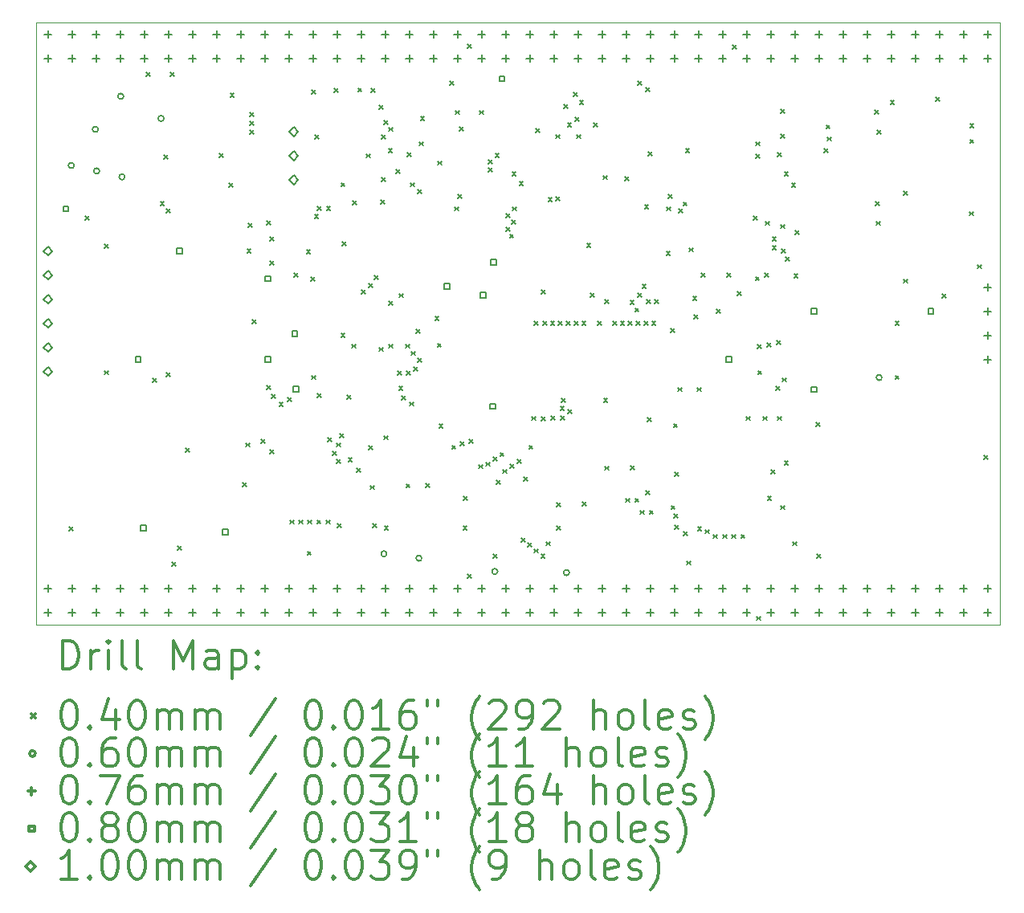
<source format=gbr>
%FSLAX45Y45*%
G04 Gerber Fmt 4.5, Leading zero omitted, Abs format (unit mm)*
G04 Created by KiCad (PCBNEW (5.1.9)-1) date 2021-06-15 15:58:56*
%MOMM*%
%LPD*%
G01*
G04 APERTURE LIST*
%TA.AperFunction,Profile*%
%ADD10C,0.100000*%
%TD*%
%ADD11C,0.200000*%
%ADD12C,0.300000*%
G04 APERTURE END LIST*
D10*
X12827000Y-15367000D02*
X12827000Y-9017000D01*
X22987000Y-15367000D02*
X12827000Y-15367000D01*
X22987000Y-9017000D02*
X22987000Y-15367000D01*
X12827000Y-9017000D02*
X22987000Y-9017000D01*
D11*
X13181650Y-14337350D02*
X13221650Y-14377350D01*
X13221650Y-14337350D02*
X13181650Y-14377350D01*
X13346750Y-11060750D02*
X13386750Y-11100750D01*
X13386750Y-11060750D02*
X13346750Y-11100750D01*
X13549950Y-11359200D02*
X13589950Y-11399200D01*
X13589950Y-11359200D02*
X13549950Y-11399200D01*
X13549950Y-12692700D02*
X13589950Y-12732700D01*
X13589950Y-12692700D02*
X13549950Y-12732700D01*
X13994450Y-9549450D02*
X14034450Y-9589450D01*
X14034450Y-9549450D02*
X13994450Y-9589450D01*
X14057950Y-12775250D02*
X14097950Y-12815250D01*
X14097950Y-12775250D02*
X14057950Y-12815250D01*
X14140500Y-10908350D02*
X14180500Y-10948350D01*
X14180500Y-10908350D02*
X14140500Y-10948350D01*
X14178600Y-10419400D02*
X14218600Y-10459400D01*
X14218600Y-10419400D02*
X14178600Y-10459400D01*
X14204000Y-10984550D02*
X14244000Y-11024550D01*
X14244000Y-10984550D02*
X14204000Y-11024550D01*
X14204000Y-12711750D02*
X14244000Y-12751750D01*
X14244000Y-12711750D02*
X14204000Y-12751750D01*
X14248450Y-9549450D02*
X14288450Y-9589450D01*
X14288450Y-9549450D02*
X14248450Y-9589450D01*
X14261150Y-14712000D02*
X14301150Y-14752000D01*
X14301150Y-14712000D02*
X14261150Y-14752000D01*
X14324650Y-14540550D02*
X14364650Y-14580550D01*
X14364650Y-14540550D02*
X14324650Y-14580550D01*
X14407200Y-13511850D02*
X14447200Y-13551850D01*
X14447200Y-13511850D02*
X14407200Y-13551850D01*
X14761530Y-10404160D02*
X14801530Y-10444160D01*
X14801530Y-10404160D02*
X14761530Y-10444160D01*
X14861860Y-10716580D02*
X14901860Y-10756580D01*
X14901860Y-10716580D02*
X14861860Y-10756580D01*
X14877100Y-9765350D02*
X14917100Y-9805350D01*
X14917100Y-9765350D02*
X14877100Y-9805350D01*
X15010450Y-13873800D02*
X15050450Y-13913800D01*
X15050450Y-13873800D02*
X15010450Y-13913800D01*
X15042200Y-13454700D02*
X15082200Y-13494700D01*
X15082200Y-13454700D02*
X15042200Y-13494700D01*
X15054000Y-11410900D02*
X15094000Y-11450900D01*
X15094000Y-11410900D02*
X15054000Y-11450900D01*
X15067600Y-11136950D02*
X15107600Y-11176950D01*
X15107600Y-11136950D02*
X15067600Y-11176950D01*
X15084298Y-10156698D02*
X15124298Y-10196698D01*
X15124298Y-10156698D02*
X15084298Y-10196698D01*
X15086650Y-9968550D02*
X15126650Y-10008550D01*
X15126650Y-9968550D02*
X15086650Y-10008550D01*
X15086650Y-10063800D02*
X15126650Y-10103800D01*
X15126650Y-10063800D02*
X15086650Y-10103800D01*
X15112050Y-12152950D02*
X15152050Y-12192950D01*
X15152050Y-12152950D02*
X15112050Y-12192950D01*
X15200950Y-13416600D02*
X15240950Y-13456600D01*
X15240950Y-13416600D02*
X15200950Y-13456600D01*
X15261910Y-11112820D02*
X15301910Y-11152820D01*
X15301910Y-11112820D02*
X15261910Y-11152820D01*
X15264450Y-12851450D02*
X15304450Y-12891450D01*
X15304450Y-12851450D02*
X15264450Y-12891450D01*
X15296200Y-11283000D02*
X15336200Y-11323000D01*
X15336200Y-11283000D02*
X15296200Y-11323000D01*
X15296200Y-11537000D02*
X15336200Y-11577000D01*
X15336200Y-11537000D02*
X15296200Y-11577000D01*
X15296200Y-13524550D02*
X15336200Y-13564550D01*
X15336200Y-13524550D02*
X15296200Y-13564550D01*
X15315250Y-12940350D02*
X15355250Y-12980350D01*
X15355250Y-12940350D02*
X15315250Y-12980350D01*
X15393449Y-13027251D02*
X15433449Y-13067251D01*
X15433449Y-13027251D02*
X15393449Y-13067251D01*
X15480350Y-12978450D02*
X15520350Y-13018450D01*
X15520350Y-12978450D02*
X15480350Y-13018450D01*
X15505750Y-14267500D02*
X15545750Y-14307500D01*
X15545750Y-14267500D02*
X15505750Y-14307500D01*
X15550200Y-11664000D02*
X15590200Y-11704000D01*
X15590200Y-11664000D02*
X15550200Y-11704000D01*
X15601000Y-14267500D02*
X15641000Y-14307500D01*
X15641000Y-14267500D02*
X15601000Y-14307500D01*
X15679925Y-11419075D02*
X15719925Y-11459075D01*
X15719925Y-11419075D02*
X15679925Y-11459075D01*
X15689900Y-14597700D02*
X15729900Y-14637700D01*
X15729900Y-14597700D02*
X15689900Y-14637700D01*
X15696250Y-14267500D02*
X15736250Y-14307500D01*
X15736250Y-14267500D02*
X15696250Y-14307500D01*
X15728000Y-11708450D02*
X15768000Y-11748450D01*
X15768000Y-11708450D02*
X15728000Y-11748450D01*
X15734350Y-9733600D02*
X15774350Y-9773600D01*
X15774350Y-9733600D02*
X15734350Y-9773600D01*
X15734350Y-12743500D02*
X15774350Y-12783500D01*
X15774350Y-12743500D02*
X15734350Y-12783500D01*
X15766100Y-11048050D02*
X15806100Y-11088050D01*
X15806100Y-11048050D02*
X15766100Y-11088050D01*
X15772450Y-10209850D02*
X15812450Y-10249850D01*
X15812450Y-10209850D02*
X15772450Y-10249850D01*
X15791500Y-14267500D02*
X15831500Y-14307500D01*
X15831500Y-14267500D02*
X15791500Y-14307500D01*
X15797850Y-10959150D02*
X15837850Y-10999150D01*
X15837850Y-10959150D02*
X15797850Y-10999150D01*
X15797850Y-12934000D02*
X15837850Y-12974000D01*
X15837850Y-12934000D02*
X15797850Y-12974000D01*
X15886750Y-14267500D02*
X15926750Y-14307500D01*
X15926750Y-14267500D02*
X15886750Y-14307500D01*
X15893100Y-10959150D02*
X15933100Y-10999150D01*
X15933100Y-10959150D02*
X15893100Y-10999150D01*
X15905800Y-13397550D02*
X15945800Y-13437550D01*
X15945800Y-13397550D02*
X15905800Y-13437550D01*
X15956600Y-13543600D02*
X15996600Y-13583600D01*
X15996600Y-13543600D02*
X15956600Y-13583600D01*
X15975650Y-9714550D02*
X16015650Y-9754550D01*
X16015650Y-9714550D02*
X15975650Y-9754550D01*
X16001050Y-13454700D02*
X16041050Y-13494700D01*
X16041050Y-13454700D02*
X16001050Y-13494700D01*
X16001050Y-13626150D02*
X16041050Y-13666150D01*
X16041050Y-13626150D02*
X16001050Y-13666150D01*
X16004225Y-14302425D02*
X16044225Y-14342425D01*
X16044225Y-14302425D02*
X16004225Y-14342425D01*
X16032800Y-13359450D02*
X16072800Y-13399450D01*
X16072800Y-13359450D02*
X16032800Y-13399450D01*
X16045500Y-10711500D02*
X16085500Y-10751500D01*
X16085500Y-10711500D02*
X16045500Y-10751500D01*
X16045500Y-12299000D02*
X16085500Y-12339000D01*
X16085500Y-12299000D02*
X16045500Y-12339000D01*
X16058200Y-11333800D02*
X16098200Y-11373800D01*
X16098200Y-11333800D02*
X16058200Y-11373800D01*
X16109525Y-12952525D02*
X16149525Y-12992525D01*
X16149525Y-12952525D02*
X16109525Y-12992525D01*
X16121700Y-13613450D02*
X16161700Y-13653450D01*
X16161700Y-13613450D02*
X16121700Y-13653450D01*
X16159800Y-12413300D02*
X16199800Y-12453300D01*
X16199800Y-12413300D02*
X16159800Y-12453300D01*
X16166150Y-10902000D02*
X16206150Y-10942000D01*
X16206150Y-10902000D02*
X16166150Y-10942000D01*
X16210600Y-13721400D02*
X16250600Y-13761400D01*
X16250600Y-13721400D02*
X16210600Y-13761400D01*
X16223300Y-9712010D02*
X16263300Y-9752010D01*
X16263300Y-9712010D02*
X16223300Y-9752010D01*
X16261400Y-11841800D02*
X16301400Y-11881800D01*
X16301400Y-11841800D02*
X16261400Y-11881800D01*
X16313470Y-10405430D02*
X16353470Y-10445430D01*
X16353470Y-10405430D02*
X16313470Y-10445430D01*
X16335492Y-11771950D02*
X16375492Y-11811950D01*
X16375492Y-11771950D02*
X16335492Y-11811950D01*
X16337600Y-13483528D02*
X16377600Y-13523528D01*
X16377600Y-13483528D02*
X16337600Y-13523528D01*
X16353113Y-13902737D02*
X16393113Y-13942737D01*
X16393113Y-13902737D02*
X16353113Y-13942737D01*
X16363000Y-9714550D02*
X16403000Y-9754550D01*
X16403000Y-9714550D02*
X16363000Y-9754550D01*
X16382050Y-14305600D02*
X16422050Y-14345600D01*
X16422050Y-14305600D02*
X16382050Y-14345600D01*
X16394750Y-11689400D02*
X16434750Y-11729400D01*
X16434750Y-11689400D02*
X16394750Y-11729400D01*
X16445550Y-9892350D02*
X16485550Y-9932350D01*
X16485550Y-9892350D02*
X16445550Y-9932350D01*
X16449560Y-12447390D02*
X16489560Y-12487390D01*
X16489560Y-12447390D02*
X16449560Y-12487390D01*
X16462627Y-10893170D02*
X16502627Y-10933170D01*
X16502627Y-10893170D02*
X16462627Y-10933170D01*
X16470950Y-10209850D02*
X16510950Y-10249850D01*
X16510950Y-10209850D02*
X16470950Y-10249850D01*
X16470950Y-10654350D02*
X16510950Y-10694350D01*
X16510950Y-10654350D02*
X16470950Y-10694350D01*
X16496350Y-10057450D02*
X16536350Y-10097450D01*
X16536350Y-10057450D02*
X16496350Y-10097450D01*
X16496350Y-13378500D02*
X16536350Y-13418500D01*
X16536350Y-13378500D02*
X16496350Y-13418500D01*
X16502700Y-14331000D02*
X16542700Y-14371000D01*
X16542700Y-14331000D02*
X16502700Y-14371000D01*
X16545265Y-10354015D02*
X16585265Y-10394015D01*
X16585265Y-10354015D02*
X16545265Y-10394015D01*
X16547150Y-10127300D02*
X16587150Y-10167300D01*
X16587150Y-10127300D02*
X16547150Y-10167300D01*
X16547150Y-11962450D02*
X16587150Y-12002450D01*
X16587150Y-11962450D02*
X16547150Y-12002450D01*
X16547150Y-12413300D02*
X16587150Y-12453300D01*
X16587150Y-12413300D02*
X16547150Y-12453300D01*
X16626525Y-10568625D02*
X16666525Y-10608625D01*
X16666525Y-10568625D02*
X16626525Y-10608625D01*
X16642400Y-12699050D02*
X16682400Y-12739050D01*
X16682400Y-12699050D02*
X16642400Y-12739050D01*
X16655100Y-12857800D02*
X16695100Y-12897800D01*
X16695100Y-12857800D02*
X16655100Y-12897800D01*
X16661450Y-11879900D02*
X16701450Y-11919900D01*
X16701450Y-11879900D02*
X16661450Y-11919900D01*
X16686850Y-12959400D02*
X16726850Y-12999400D01*
X16726850Y-12959400D02*
X16686850Y-12999400D01*
X16724950Y-12413300D02*
X16764950Y-12453300D01*
X16764950Y-12413300D02*
X16724950Y-12453300D01*
X16731300Y-13886500D02*
X16771300Y-13926500D01*
X16771300Y-13886500D02*
X16731300Y-13926500D01*
X16737650Y-12699050D02*
X16777650Y-12739050D01*
X16777650Y-12699050D02*
X16737650Y-12739050D01*
X16744000Y-10394000D02*
X16784000Y-10434000D01*
X16784000Y-10394000D02*
X16744000Y-10434000D01*
X16769400Y-13022900D02*
X16809400Y-13062900D01*
X16809400Y-13022900D02*
X16769400Y-13062900D01*
X16775750Y-10711500D02*
X16815750Y-10751500D01*
X16815750Y-10711500D02*
X16775750Y-10751500D01*
X16788450Y-12489500D02*
X16828450Y-12529500D01*
X16828450Y-12489500D02*
X16788450Y-12529500D01*
X16813850Y-12654600D02*
X16853850Y-12694600D01*
X16853850Y-12654600D02*
X16813850Y-12694600D01*
X16834170Y-12258360D02*
X16874170Y-12298360D01*
X16874170Y-12258360D02*
X16834170Y-12298360D01*
X16851950Y-10781350D02*
X16891950Y-10821350D01*
X16891950Y-10781350D02*
X16851950Y-10821350D01*
X16851950Y-12559350D02*
X16891950Y-12599350D01*
X16891950Y-12559350D02*
X16851950Y-12599350D01*
X16871000Y-10279700D02*
X16911000Y-10319700D01*
X16911000Y-10279700D02*
X16871000Y-10319700D01*
X16883700Y-10013000D02*
X16923700Y-10053000D01*
X16923700Y-10013000D02*
X16883700Y-10053000D01*
X16935540Y-13881190D02*
X16975540Y-13921190D01*
X16975540Y-13881190D02*
X16935540Y-13921190D01*
X17036100Y-12121200D02*
X17076100Y-12161200D01*
X17076100Y-12121200D02*
X17036100Y-12161200D01*
X17061500Y-12403199D02*
X17101500Y-12443199D01*
X17101500Y-12403199D02*
X17061500Y-12443199D01*
X17063594Y-10482900D02*
X17103594Y-10522900D01*
X17103594Y-10482900D02*
X17063594Y-10522900D01*
X17077756Y-13252516D02*
X17117756Y-13292516D01*
X17117756Y-13252516D02*
X17077756Y-13292516D01*
X17194850Y-9638350D02*
X17234850Y-9678350D01*
X17234850Y-9638350D02*
X17194850Y-9678350D01*
X17213900Y-13480100D02*
X17253900Y-13520100D01*
X17253900Y-13480100D02*
X17213900Y-13520100D01*
X17245650Y-10965500D02*
X17285650Y-11005500D01*
X17285650Y-10965500D02*
X17245650Y-11005500D01*
X17252000Y-9949500D02*
X17292000Y-9989500D01*
X17292000Y-9949500D02*
X17252000Y-9989500D01*
X17277400Y-10832150D02*
X17317400Y-10872150D01*
X17317400Y-10832150D02*
X17277400Y-10872150D01*
X17296450Y-10120950D02*
X17336450Y-10160950D01*
X17336450Y-10120950D02*
X17296450Y-10160950D01*
X17302800Y-13442000D02*
X17342800Y-13482000D01*
X17342800Y-13442000D02*
X17302800Y-13482000D01*
X17332565Y-14331000D02*
X17372565Y-14371000D01*
X17372565Y-14331000D02*
X17332565Y-14371000D01*
X17334550Y-14019850D02*
X17374550Y-14059850D01*
X17374550Y-14019850D02*
X17334550Y-14059850D01*
X17379000Y-9251000D02*
X17419000Y-9291000D01*
X17419000Y-9251000D02*
X17379000Y-9291000D01*
X17379000Y-14839000D02*
X17419000Y-14879000D01*
X17419000Y-14839000D02*
X17379000Y-14879000D01*
X17398050Y-13416600D02*
X17438050Y-13456600D01*
X17438050Y-13416600D02*
X17398050Y-13456600D01*
X17499650Y-13683300D02*
X17539650Y-13723300D01*
X17539650Y-13683300D02*
X17499650Y-13723300D01*
X17506000Y-9949500D02*
X17546000Y-9989500D01*
X17546000Y-9949500D02*
X17506000Y-9989500D01*
X17575850Y-13657900D02*
X17615850Y-13697900D01*
X17615850Y-13657900D02*
X17575850Y-13697900D01*
X17601250Y-10470200D02*
X17641250Y-10510200D01*
X17641250Y-10470200D02*
X17601250Y-10510200D01*
X17601250Y-10552750D02*
X17641250Y-10592750D01*
X17641250Y-10552750D02*
X17601250Y-10592750D01*
X17652050Y-13600750D02*
X17692050Y-13640750D01*
X17692050Y-13600750D02*
X17652050Y-13640750D01*
X17652050Y-14629450D02*
X17692050Y-14669450D01*
X17692050Y-14629450D02*
X17652050Y-14669450D01*
X17671100Y-10400350D02*
X17711100Y-10440350D01*
X17711100Y-10400350D02*
X17671100Y-10440350D01*
X17683394Y-13847994D02*
X17723394Y-13887994D01*
X17723394Y-13847994D02*
X17683394Y-13887994D01*
X17721900Y-13556300D02*
X17761900Y-13596300D01*
X17761900Y-13556300D02*
X17721900Y-13596300D01*
X17753650Y-13734100D02*
X17793650Y-13774100D01*
X17793650Y-13734100D02*
X17753650Y-13774100D01*
X17785400Y-11035350D02*
X17825400Y-11075350D01*
X17825400Y-11035350D02*
X17785400Y-11075350D01*
X17785400Y-11181400D02*
X17825400Y-11221400D01*
X17825400Y-11181400D02*
X17785400Y-11221400D01*
X17822412Y-11252338D02*
X17862412Y-11292338D01*
X17862412Y-11252338D02*
X17822412Y-11292338D01*
X17829850Y-13676950D02*
X17869850Y-13716950D01*
X17869850Y-13676950D02*
X17829850Y-13716950D01*
X17842550Y-11105200D02*
X17882550Y-11145200D01*
X17882550Y-11105200D02*
X17842550Y-11145200D01*
X17848900Y-10597200D02*
X17888900Y-10637200D01*
X17888900Y-10597200D02*
X17848900Y-10637200D01*
X17855250Y-10965500D02*
X17895250Y-11005500D01*
X17895250Y-10965500D02*
X17855250Y-11005500D01*
X17905150Y-13627050D02*
X17945150Y-13667050D01*
X17945150Y-13627050D02*
X17905150Y-13667050D01*
X17925100Y-10698800D02*
X17965100Y-10738800D01*
X17965100Y-10698800D02*
X17925100Y-10738800D01*
X17944150Y-14458000D02*
X17984150Y-14498000D01*
X17984150Y-14458000D02*
X17944150Y-14498000D01*
X17969550Y-13816650D02*
X18009550Y-13856650D01*
X18009550Y-13816650D02*
X17969550Y-13856650D01*
X18014000Y-14508800D02*
X18054000Y-14548800D01*
X18054000Y-14508800D02*
X18014000Y-14548800D01*
X18026700Y-13480100D02*
X18066700Y-13520100D01*
X18066700Y-13480100D02*
X18026700Y-13520100D01*
X18058450Y-13175300D02*
X18098450Y-13215300D01*
X18098450Y-13175300D02*
X18058450Y-13215300D01*
X18083850Y-12172000D02*
X18123850Y-12212000D01*
X18123850Y-12172000D02*
X18083850Y-12212000D01*
X18083850Y-14572300D02*
X18123850Y-14612300D01*
X18123850Y-14572300D02*
X18083850Y-14612300D01*
X18096550Y-10140000D02*
X18136550Y-10180000D01*
X18136550Y-10140000D02*
X18096550Y-10180000D01*
X18153700Y-14629450D02*
X18193700Y-14669450D01*
X18193700Y-14629450D02*
X18153700Y-14669450D01*
X18156052Y-11839448D02*
X18196052Y-11879448D01*
X18196052Y-11839448D02*
X18156052Y-11879448D01*
X18158797Y-13180397D02*
X18198797Y-13220397D01*
X18198797Y-13180397D02*
X18158797Y-13220397D01*
X18172750Y-12172000D02*
X18212750Y-12212000D01*
X18212750Y-12172000D02*
X18172750Y-12212000D01*
X18210850Y-14496100D02*
X18250850Y-14536100D01*
X18250850Y-14496100D02*
X18210850Y-14536100D01*
X18229900Y-10870250D02*
X18269900Y-10910250D01*
X18269900Y-10870250D02*
X18229900Y-10910250D01*
X18255300Y-12172000D02*
X18295300Y-12212000D01*
X18295300Y-12172000D02*
X18255300Y-12212000D01*
X18261650Y-13168950D02*
X18301650Y-13208950D01*
X18301650Y-13168950D02*
X18261650Y-13208950D01*
X18312450Y-10203500D02*
X18352450Y-10243500D01*
X18352450Y-10203500D02*
X18312450Y-10243500D01*
X18312450Y-10857550D02*
X18352450Y-10897550D01*
X18352450Y-10857550D02*
X18312450Y-10897550D01*
X18318800Y-14083350D02*
X18358800Y-14123350D01*
X18358800Y-14083350D02*
X18318800Y-14123350D01*
X18318800Y-14331000D02*
X18358800Y-14371000D01*
X18358800Y-14331000D02*
X18318800Y-14371000D01*
X18337850Y-12172000D02*
X18377850Y-12212000D01*
X18377850Y-12172000D02*
X18337850Y-12212000D01*
X18356838Y-13067350D02*
X18396838Y-13107350D01*
X18396838Y-13067350D02*
X18356838Y-13107350D01*
X18363250Y-13168950D02*
X18403250Y-13208950D01*
X18403250Y-13168950D02*
X18363250Y-13208950D01*
X18369600Y-12984800D02*
X18409600Y-13024800D01*
X18409600Y-12984800D02*
X18369600Y-13024800D01*
X18395000Y-9886000D02*
X18435000Y-9926000D01*
X18435000Y-9886000D02*
X18395000Y-9926000D01*
X18420400Y-12172000D02*
X18460400Y-12212000D01*
X18460400Y-12172000D02*
X18420400Y-12212000D01*
X18433100Y-10082850D02*
X18473100Y-10122850D01*
X18473100Y-10082850D02*
X18433100Y-10122850D01*
X18439450Y-13105450D02*
X18479450Y-13145450D01*
X18479450Y-13105450D02*
X18439450Y-13145450D01*
X18496600Y-9759000D02*
X18536600Y-9799000D01*
X18536600Y-9759000D02*
X18496600Y-9799000D01*
X18502950Y-12172000D02*
X18542950Y-12212000D01*
X18542950Y-12172000D02*
X18502950Y-12212000D01*
X18514750Y-10018450D02*
X18554750Y-10058450D01*
X18554750Y-10018450D02*
X18514750Y-10058450D01*
X18528350Y-10203500D02*
X18568350Y-10243500D01*
X18568350Y-10203500D02*
X18528350Y-10243500D01*
X18560100Y-9841550D02*
X18600100Y-9881550D01*
X18600100Y-9841550D02*
X18560100Y-9881550D01*
X18585500Y-12172000D02*
X18625500Y-12212000D01*
X18625500Y-12172000D02*
X18585500Y-12212000D01*
X18591850Y-14077000D02*
X18631850Y-14117000D01*
X18631850Y-14077000D02*
X18591850Y-14117000D01*
X18636300Y-11352850D02*
X18676300Y-11392850D01*
X18676300Y-11352850D02*
X18636300Y-11392850D01*
X18674400Y-11873550D02*
X18714400Y-11913550D01*
X18714400Y-11873550D02*
X18674400Y-11913550D01*
X18706150Y-10082850D02*
X18746150Y-10122850D01*
X18746150Y-10082850D02*
X18706150Y-10122850D01*
X18750600Y-12172000D02*
X18790600Y-12212000D01*
X18790600Y-12172000D02*
X18750600Y-12212000D01*
X18807750Y-10635300D02*
X18847750Y-10675300D01*
X18847750Y-10635300D02*
X18807750Y-10675300D01*
X18814100Y-12984800D02*
X18854100Y-13024800D01*
X18854100Y-12984800D02*
X18814100Y-13024800D01*
X18826800Y-11943400D02*
X18866800Y-11983400D01*
X18866800Y-11943400D02*
X18826800Y-11983400D01*
X18828342Y-13700808D02*
X18868342Y-13740808D01*
X18868342Y-13700808D02*
X18828342Y-13740808D01*
X18909350Y-12172000D02*
X18949350Y-12212000D01*
X18949350Y-12172000D02*
X18909350Y-12212000D01*
X18991900Y-12172000D02*
X19031900Y-12212000D01*
X19031900Y-12172000D02*
X18991900Y-12212000D01*
X19036350Y-10648000D02*
X19076350Y-10688000D01*
X19076350Y-10648000D02*
X19036350Y-10688000D01*
X19049050Y-14038900D02*
X19089050Y-14078900D01*
X19089050Y-14038900D02*
X19049050Y-14078900D01*
X19074450Y-12172000D02*
X19114450Y-12212000D01*
X19114450Y-12172000D02*
X19074450Y-12212000D01*
X19093500Y-11949750D02*
X19133500Y-11989750D01*
X19133500Y-11949750D02*
X19093500Y-11989750D01*
X19099850Y-13696000D02*
X19139850Y-13736000D01*
X19139850Y-13696000D02*
X19099850Y-13736000D01*
X19144300Y-12032300D02*
X19184300Y-12072300D01*
X19184300Y-12032300D02*
X19144300Y-12072300D01*
X19144300Y-14038900D02*
X19184300Y-14078900D01*
X19184300Y-14038900D02*
X19144300Y-14078900D01*
X19157000Y-12172000D02*
X19197000Y-12212000D01*
X19197000Y-12172000D02*
X19157000Y-12212000D01*
X19176050Y-9638350D02*
X19216050Y-9678350D01*
X19216050Y-9638350D02*
X19176050Y-9678350D01*
X19176050Y-11873550D02*
X19216050Y-11913550D01*
X19216050Y-11873550D02*
X19176050Y-11913550D01*
X19201450Y-14165900D02*
X19241450Y-14205900D01*
X19241450Y-14165900D02*
X19201450Y-14205900D01*
X19220500Y-11784650D02*
X19260500Y-11824650D01*
X19260500Y-11784650D02*
X19220500Y-11824650D01*
X19239550Y-12172000D02*
X19279550Y-12212000D01*
X19279550Y-12172000D02*
X19239550Y-12212000D01*
X19245000Y-10941000D02*
X19285000Y-10981000D01*
X19285000Y-10941000D02*
X19245000Y-10981000D01*
X19258600Y-9708200D02*
X19298600Y-9748200D01*
X19298600Y-9708200D02*
X19258600Y-9748200D01*
X19258600Y-13956350D02*
X19298600Y-13996350D01*
X19298600Y-13956350D02*
X19258600Y-13996350D01*
X19264950Y-11943400D02*
X19304950Y-11983400D01*
X19304950Y-11943400D02*
X19264950Y-11983400D01*
X19277650Y-13188000D02*
X19317650Y-13228000D01*
X19317650Y-13188000D02*
X19277650Y-13228000D01*
X19284000Y-10387650D02*
X19324000Y-10427650D01*
X19324000Y-10387650D02*
X19284000Y-10427650D01*
X19296700Y-14165900D02*
X19336700Y-14205900D01*
X19336700Y-14165900D02*
X19296700Y-14205900D01*
X19322100Y-12172000D02*
X19362100Y-12212000D01*
X19362100Y-12172000D02*
X19322100Y-12212000D01*
X19351851Y-11943400D02*
X19391851Y-11983400D01*
X19391851Y-11943400D02*
X19351851Y-11983400D01*
X19474500Y-11433695D02*
X19514500Y-11473695D01*
X19514500Y-11433695D02*
X19474500Y-11473695D01*
X19480850Y-10965500D02*
X19520850Y-11005500D01*
X19520850Y-10965500D02*
X19480850Y-11005500D01*
X19493550Y-10832150D02*
X19533550Y-10872150D01*
X19533550Y-10832150D02*
X19493550Y-10872150D01*
X19522125Y-12245025D02*
X19562125Y-12285025D01*
X19562125Y-12245025D02*
X19522125Y-12285025D01*
X19525300Y-14115100D02*
X19565300Y-14155100D01*
X19565300Y-14115100D02*
X19525300Y-14155100D01*
X19550700Y-13251500D02*
X19590700Y-13291500D01*
X19590700Y-13251500D02*
X19550700Y-13291500D01*
X19557050Y-14204000D02*
X19597050Y-14244000D01*
X19597050Y-14204000D02*
X19557050Y-14244000D01*
X19562130Y-13763310D02*
X19602130Y-13803310D01*
X19602130Y-13763310D02*
X19562130Y-13803310D01*
X19563400Y-14324650D02*
X19603400Y-14364650D01*
X19603400Y-14324650D02*
X19563400Y-14364650D01*
X19595150Y-12870500D02*
X19635150Y-12910500D01*
X19635150Y-12870500D02*
X19595150Y-12910500D01*
X19607850Y-10984550D02*
X19647850Y-11024550D01*
X19647850Y-10984550D02*
X19607850Y-11024550D01*
X19652300Y-10914700D02*
X19692300Y-10954700D01*
X19692300Y-10914700D02*
X19652300Y-10954700D01*
X19658650Y-14388150D02*
X19698650Y-14428150D01*
X19698650Y-14388150D02*
X19658650Y-14428150D01*
X19677700Y-10349550D02*
X19717700Y-10389550D01*
X19717700Y-10349550D02*
X19677700Y-10389550D01*
X19690400Y-14699300D02*
X19730400Y-14739300D01*
X19730400Y-14699300D02*
X19690400Y-14739300D01*
X19715800Y-11397300D02*
X19755800Y-11437300D01*
X19755800Y-11397300D02*
X19715800Y-11437300D01*
X19753754Y-11911504D02*
X19793754Y-11951504D01*
X19793754Y-11911504D02*
X19753754Y-11951504D01*
X19766600Y-12102150D02*
X19806600Y-12142150D01*
X19806600Y-12102150D02*
X19766600Y-12142150D01*
X19798350Y-12870500D02*
X19838350Y-12910500D01*
X19838350Y-12870500D02*
X19798350Y-12910500D01*
X19804700Y-14337350D02*
X19844700Y-14377350D01*
X19844700Y-14337350D02*
X19804700Y-14377350D01*
X19842800Y-11664000D02*
X19882800Y-11704000D01*
X19882800Y-11664000D02*
X19842800Y-11704000D01*
X19887250Y-14369100D02*
X19927250Y-14409100D01*
X19927250Y-14369100D02*
X19887250Y-14409100D01*
X19969800Y-14419900D02*
X20009800Y-14459900D01*
X20009800Y-14419900D02*
X19969800Y-14459900D01*
X20001550Y-12045000D02*
X20041550Y-12085000D01*
X20041550Y-12045000D02*
X20001550Y-12085000D01*
X20071400Y-14419900D02*
X20111400Y-14459900D01*
X20111400Y-14419900D02*
X20071400Y-14459900D01*
X20115850Y-11664000D02*
X20155850Y-11704000D01*
X20155850Y-11664000D02*
X20115850Y-11704000D01*
X20166650Y-14419900D02*
X20206650Y-14459900D01*
X20206650Y-14419900D02*
X20166650Y-14459900D01*
X20173000Y-9257350D02*
X20213000Y-9297350D01*
X20213000Y-9257350D02*
X20173000Y-9297350D01*
X20223800Y-11859580D02*
X20263800Y-11899580D01*
X20263800Y-11859580D02*
X20223800Y-11899580D01*
X20261900Y-14419900D02*
X20301900Y-14459900D01*
X20301900Y-14419900D02*
X20261900Y-14459900D01*
X20319050Y-13175300D02*
X20359050Y-13215300D01*
X20359050Y-13175300D02*
X20319050Y-13215300D01*
X20395250Y-11059480D02*
X20435250Y-11099480D01*
X20435250Y-11059480D02*
X20395250Y-11099480D01*
X20414300Y-11702100D02*
X20454300Y-11742100D01*
X20454300Y-11702100D02*
X20414300Y-11742100D01*
X20420650Y-10279700D02*
X20460650Y-10319700D01*
X20460650Y-10279700D02*
X20420650Y-10319700D01*
X20420650Y-10413050D02*
X20460650Y-10453050D01*
X20460650Y-10413050D02*
X20420650Y-10453050D01*
X20427000Y-15283500D02*
X20467000Y-15323500D01*
X20467000Y-15283500D02*
X20427000Y-15323500D01*
X20433350Y-12419650D02*
X20473350Y-12459650D01*
X20473350Y-12419650D02*
X20433350Y-12459650D01*
X20439700Y-12692700D02*
X20479700Y-12732700D01*
X20479700Y-12692700D02*
X20439700Y-12732700D01*
X20496850Y-13175300D02*
X20536850Y-13215300D01*
X20536850Y-13175300D02*
X20496850Y-13215300D01*
X20509550Y-11664000D02*
X20549550Y-11704000D01*
X20549550Y-11664000D02*
X20509550Y-11704000D01*
X20522250Y-11117900D02*
X20562250Y-11157900D01*
X20562250Y-11117900D02*
X20522250Y-11157900D01*
X20534950Y-12400600D02*
X20574950Y-12440600D01*
X20574950Y-12400600D02*
X20534950Y-12440600D01*
X20541300Y-14019850D02*
X20581300Y-14059850D01*
X20581300Y-14019850D02*
X20541300Y-14059850D01*
X20579400Y-13740450D02*
X20619400Y-13780450D01*
X20619400Y-13740450D02*
X20579400Y-13780450D01*
X20592100Y-11283000D02*
X20632100Y-11323000D01*
X20632100Y-11283000D02*
X20592100Y-11323000D01*
X20592100Y-11378250D02*
X20632100Y-11418250D01*
X20632100Y-11378250D02*
X20592100Y-11418250D01*
X20630200Y-12857800D02*
X20670200Y-12897800D01*
X20670200Y-12857800D02*
X20630200Y-12897800D01*
X20636550Y-12375200D02*
X20676550Y-12415200D01*
X20676550Y-12375200D02*
X20636550Y-12415200D01*
X20643650Y-10393250D02*
X20683650Y-10433250D01*
X20683650Y-10393250D02*
X20643650Y-10433250D01*
X20649250Y-13175300D02*
X20689250Y-13215300D01*
X20689250Y-13175300D02*
X20649250Y-13215300D01*
X20681000Y-9938408D02*
X20721000Y-9978408D01*
X20721000Y-9938408D02*
X20681000Y-9978408D01*
X20681000Y-14115100D02*
X20721000Y-14155100D01*
X20721000Y-14115100D02*
X20681000Y-14155100D01*
X20682100Y-10198250D02*
X20722100Y-10238250D01*
X20722100Y-10198250D02*
X20682100Y-10238250D01*
X20682100Y-11150750D02*
X20722100Y-11190750D01*
X20722100Y-11150750D02*
X20682100Y-11190750D01*
X20686600Y-11410750D02*
X20726600Y-11450750D01*
X20726600Y-11410750D02*
X20686600Y-11450750D01*
X20700050Y-12768900D02*
X20740050Y-12808900D01*
X20740050Y-12768900D02*
X20700050Y-12808900D01*
X20719100Y-10597200D02*
X20759100Y-10637200D01*
X20759100Y-10597200D02*
X20719100Y-10637200D01*
X20719100Y-13645200D02*
X20759100Y-13685200D01*
X20759100Y-13645200D02*
X20719100Y-13685200D01*
X20731800Y-11492550D02*
X20771800Y-11532550D01*
X20771800Y-11492550D02*
X20731800Y-11532550D01*
X20795300Y-10717850D02*
X20835300Y-10757850D01*
X20835300Y-10717850D02*
X20795300Y-10757850D01*
X20808000Y-14496100D02*
X20848000Y-14536100D01*
X20848000Y-14496100D02*
X20808000Y-14536100D01*
X20820700Y-11670350D02*
X20860700Y-11710350D01*
X20860700Y-11670350D02*
X20820700Y-11710350D01*
X20830800Y-11215750D02*
X20870800Y-11255750D01*
X20870800Y-11215750D02*
X20830800Y-11255750D01*
X21055650Y-13238800D02*
X21095650Y-13278800D01*
X21095650Y-13238800D02*
X21055650Y-13278800D01*
X21062000Y-14629450D02*
X21102000Y-14669450D01*
X21102000Y-14629450D02*
X21062000Y-14669450D01*
X21138200Y-10349550D02*
X21178200Y-10389550D01*
X21178200Y-10349550D02*
X21138200Y-10389550D01*
X21158520Y-10101900D02*
X21198520Y-10141900D01*
X21198520Y-10101900D02*
X21158520Y-10141900D01*
X21169950Y-10228900D02*
X21209950Y-10268900D01*
X21209950Y-10228900D02*
X21169950Y-10268900D01*
X21671600Y-9943150D02*
X21711600Y-9983150D01*
X21711600Y-9943150D02*
X21671600Y-9983150D01*
X21677950Y-10908350D02*
X21717950Y-10948350D01*
X21717950Y-10908350D02*
X21677950Y-10948350D01*
X21690650Y-11117900D02*
X21730650Y-11157900D01*
X21730650Y-11117900D02*
X21690650Y-11157900D01*
X21697000Y-10159050D02*
X21737000Y-10199050D01*
X21737000Y-10159050D02*
X21697000Y-10199050D01*
X21836700Y-9841550D02*
X21876700Y-9881550D01*
X21876700Y-9841550D02*
X21836700Y-9881550D01*
X21887500Y-12172000D02*
X21927500Y-12212000D01*
X21927500Y-12172000D02*
X21887500Y-12212000D01*
X21887500Y-12743500D02*
X21927500Y-12783500D01*
X21927500Y-12743500D02*
X21887500Y-12783500D01*
X21976400Y-10800400D02*
X22016400Y-10840400D01*
X22016400Y-10800400D02*
X21976400Y-10840400D01*
X21976400Y-11727500D02*
X22016400Y-11767500D01*
X22016400Y-11727500D02*
X21976400Y-11767500D01*
X22312950Y-9809800D02*
X22352950Y-9849800D01*
X22352950Y-9809800D02*
X22312950Y-9849800D01*
X22382800Y-11886250D02*
X22422800Y-11926250D01*
X22422800Y-11886250D02*
X22382800Y-11926250D01*
X22668550Y-11016300D02*
X22708550Y-11056300D01*
X22708550Y-11016300D02*
X22668550Y-11056300D01*
X22674900Y-10089200D02*
X22714900Y-10129200D01*
X22714900Y-10089200D02*
X22674900Y-10129200D01*
X22674900Y-10254300D02*
X22714900Y-10294300D01*
X22714900Y-10254300D02*
X22674900Y-10294300D01*
X22757450Y-11575100D02*
X22797450Y-11615100D01*
X22797450Y-11575100D02*
X22757450Y-11615100D01*
X22824760Y-13586780D02*
X22864760Y-13626780D01*
X22864760Y-13586780D02*
X22824760Y-13626780D01*
X13231650Y-10528300D02*
G75*
G03*
X13231650Y-10528300I-30000J0D01*
G01*
X13485650Y-10147300D02*
G75*
G03*
X13485650Y-10147300I-30000J0D01*
G01*
X13498350Y-10585450D02*
G75*
G03*
X13498350Y-10585450I-30000J0D01*
G01*
X13752350Y-9798050D02*
G75*
G03*
X13752350Y-9798050I-30000J0D01*
G01*
X13765050Y-10648950D02*
G75*
G03*
X13765050Y-10648950I-30000J0D01*
G01*
X14177800Y-10033000D02*
G75*
G03*
X14177800Y-10033000I-30000J0D01*
G01*
X16527300Y-14624050D02*
G75*
G03*
X16527300Y-14624050I-30000J0D01*
G01*
X16895600Y-14668500D02*
G75*
G03*
X16895600Y-14668500I-30000J0D01*
G01*
X17695700Y-14808200D02*
G75*
G03*
X17695700Y-14808200I-30000J0D01*
G01*
X18451350Y-14820900D02*
G75*
G03*
X18451350Y-14820900I-30000J0D01*
G01*
X21747000Y-12763500D02*
G75*
G03*
X21747000Y-12763500I-30000J0D01*
G01*
X12954000Y-9105900D02*
X12954000Y-9182100D01*
X12915900Y-9144000D02*
X12992100Y-9144000D01*
X12954000Y-9359900D02*
X12954000Y-9436100D01*
X12915900Y-9398000D02*
X12992100Y-9398000D01*
X12954000Y-14947900D02*
X12954000Y-15024100D01*
X12915900Y-14986000D02*
X12992100Y-14986000D01*
X12954000Y-15201900D02*
X12954000Y-15278100D01*
X12915900Y-15240000D02*
X12992100Y-15240000D01*
X13208000Y-9105900D02*
X13208000Y-9182100D01*
X13169900Y-9144000D02*
X13246100Y-9144000D01*
X13208000Y-9359900D02*
X13208000Y-9436100D01*
X13169900Y-9398000D02*
X13246100Y-9398000D01*
X13208000Y-14947900D02*
X13208000Y-15024100D01*
X13169900Y-14986000D02*
X13246100Y-14986000D01*
X13208000Y-15201900D02*
X13208000Y-15278100D01*
X13169900Y-15240000D02*
X13246100Y-15240000D01*
X13462000Y-9105900D02*
X13462000Y-9182100D01*
X13423900Y-9144000D02*
X13500100Y-9144000D01*
X13462000Y-9359900D02*
X13462000Y-9436100D01*
X13423900Y-9398000D02*
X13500100Y-9398000D01*
X13462000Y-14947900D02*
X13462000Y-15024100D01*
X13423900Y-14986000D02*
X13500100Y-14986000D01*
X13462000Y-15201900D02*
X13462000Y-15278100D01*
X13423900Y-15240000D02*
X13500100Y-15240000D01*
X13716000Y-9105900D02*
X13716000Y-9182100D01*
X13677900Y-9144000D02*
X13754100Y-9144000D01*
X13716000Y-9359900D02*
X13716000Y-9436100D01*
X13677900Y-9398000D02*
X13754100Y-9398000D01*
X13716000Y-14947900D02*
X13716000Y-15024100D01*
X13677900Y-14986000D02*
X13754100Y-14986000D01*
X13716000Y-15201900D02*
X13716000Y-15278100D01*
X13677900Y-15240000D02*
X13754100Y-15240000D01*
X13970000Y-9105900D02*
X13970000Y-9182100D01*
X13931900Y-9144000D02*
X14008100Y-9144000D01*
X13970000Y-9359900D02*
X13970000Y-9436100D01*
X13931900Y-9398000D02*
X14008100Y-9398000D01*
X13970000Y-14947900D02*
X13970000Y-15024100D01*
X13931900Y-14986000D02*
X14008100Y-14986000D01*
X13970000Y-15201900D02*
X13970000Y-15278100D01*
X13931900Y-15240000D02*
X14008100Y-15240000D01*
X14224000Y-9105900D02*
X14224000Y-9182100D01*
X14185900Y-9144000D02*
X14262100Y-9144000D01*
X14224000Y-9359900D02*
X14224000Y-9436100D01*
X14185900Y-9398000D02*
X14262100Y-9398000D01*
X14224000Y-14947900D02*
X14224000Y-15024100D01*
X14185900Y-14986000D02*
X14262100Y-14986000D01*
X14224000Y-15201900D02*
X14224000Y-15278100D01*
X14185900Y-15240000D02*
X14262100Y-15240000D01*
X14478000Y-9105900D02*
X14478000Y-9182100D01*
X14439900Y-9144000D02*
X14516100Y-9144000D01*
X14478000Y-9359900D02*
X14478000Y-9436100D01*
X14439900Y-9398000D02*
X14516100Y-9398000D01*
X14478000Y-14947900D02*
X14478000Y-15024100D01*
X14439900Y-14986000D02*
X14516100Y-14986000D01*
X14478000Y-15201900D02*
X14478000Y-15278100D01*
X14439900Y-15240000D02*
X14516100Y-15240000D01*
X14732000Y-9105900D02*
X14732000Y-9182100D01*
X14693900Y-9144000D02*
X14770100Y-9144000D01*
X14732000Y-9359900D02*
X14732000Y-9436100D01*
X14693900Y-9398000D02*
X14770100Y-9398000D01*
X14732000Y-14947900D02*
X14732000Y-15024100D01*
X14693900Y-14986000D02*
X14770100Y-14986000D01*
X14732000Y-15201900D02*
X14732000Y-15278100D01*
X14693900Y-15240000D02*
X14770100Y-15240000D01*
X14986000Y-9105900D02*
X14986000Y-9182100D01*
X14947900Y-9144000D02*
X15024100Y-9144000D01*
X14986000Y-9359900D02*
X14986000Y-9436100D01*
X14947900Y-9398000D02*
X15024100Y-9398000D01*
X14986000Y-14947900D02*
X14986000Y-15024100D01*
X14947900Y-14986000D02*
X15024100Y-14986000D01*
X14986000Y-15201900D02*
X14986000Y-15278100D01*
X14947900Y-15240000D02*
X15024100Y-15240000D01*
X15240000Y-9105900D02*
X15240000Y-9182100D01*
X15201900Y-9144000D02*
X15278100Y-9144000D01*
X15240000Y-9359900D02*
X15240000Y-9436100D01*
X15201900Y-9398000D02*
X15278100Y-9398000D01*
X15240000Y-14947900D02*
X15240000Y-15024100D01*
X15201900Y-14986000D02*
X15278100Y-14986000D01*
X15240000Y-15201900D02*
X15240000Y-15278100D01*
X15201900Y-15240000D02*
X15278100Y-15240000D01*
X15494000Y-9105900D02*
X15494000Y-9182100D01*
X15455900Y-9144000D02*
X15532100Y-9144000D01*
X15494000Y-9359900D02*
X15494000Y-9436100D01*
X15455900Y-9398000D02*
X15532100Y-9398000D01*
X15494000Y-14947900D02*
X15494000Y-15024100D01*
X15455900Y-14986000D02*
X15532100Y-14986000D01*
X15494000Y-15201900D02*
X15494000Y-15278100D01*
X15455900Y-15240000D02*
X15532100Y-15240000D01*
X15748000Y-9105900D02*
X15748000Y-9182100D01*
X15709900Y-9144000D02*
X15786100Y-9144000D01*
X15748000Y-9359900D02*
X15748000Y-9436100D01*
X15709900Y-9398000D02*
X15786100Y-9398000D01*
X15748000Y-14947900D02*
X15748000Y-15024100D01*
X15709900Y-14986000D02*
X15786100Y-14986000D01*
X15748000Y-15201900D02*
X15748000Y-15278100D01*
X15709900Y-15240000D02*
X15786100Y-15240000D01*
X16002000Y-9105900D02*
X16002000Y-9182100D01*
X15963900Y-9144000D02*
X16040100Y-9144000D01*
X16002000Y-9359900D02*
X16002000Y-9436100D01*
X15963900Y-9398000D02*
X16040100Y-9398000D01*
X16002000Y-14947900D02*
X16002000Y-15024100D01*
X15963900Y-14986000D02*
X16040100Y-14986000D01*
X16002000Y-15201900D02*
X16002000Y-15278100D01*
X15963900Y-15240000D02*
X16040100Y-15240000D01*
X16256000Y-9105900D02*
X16256000Y-9182100D01*
X16217900Y-9144000D02*
X16294100Y-9144000D01*
X16256000Y-9359900D02*
X16256000Y-9436100D01*
X16217900Y-9398000D02*
X16294100Y-9398000D01*
X16256000Y-14947900D02*
X16256000Y-15024100D01*
X16217900Y-14986000D02*
X16294100Y-14986000D01*
X16256000Y-15201900D02*
X16256000Y-15278100D01*
X16217900Y-15240000D02*
X16294100Y-15240000D01*
X16510000Y-9105900D02*
X16510000Y-9182100D01*
X16471900Y-9144000D02*
X16548100Y-9144000D01*
X16510000Y-9359900D02*
X16510000Y-9436100D01*
X16471900Y-9398000D02*
X16548100Y-9398000D01*
X16510000Y-14947900D02*
X16510000Y-15024100D01*
X16471900Y-14986000D02*
X16548100Y-14986000D01*
X16510000Y-15201900D02*
X16510000Y-15278100D01*
X16471900Y-15240000D02*
X16548100Y-15240000D01*
X16764000Y-9105900D02*
X16764000Y-9182100D01*
X16725900Y-9144000D02*
X16802100Y-9144000D01*
X16764000Y-9359900D02*
X16764000Y-9436100D01*
X16725900Y-9398000D02*
X16802100Y-9398000D01*
X16764000Y-14947900D02*
X16764000Y-15024100D01*
X16725900Y-14986000D02*
X16802100Y-14986000D01*
X16764000Y-15201900D02*
X16764000Y-15278100D01*
X16725900Y-15240000D02*
X16802100Y-15240000D01*
X17018000Y-9105900D02*
X17018000Y-9182100D01*
X16979900Y-9144000D02*
X17056100Y-9144000D01*
X17018000Y-9359900D02*
X17018000Y-9436100D01*
X16979900Y-9398000D02*
X17056100Y-9398000D01*
X17018000Y-14947900D02*
X17018000Y-15024100D01*
X16979900Y-14986000D02*
X17056100Y-14986000D01*
X17018000Y-15201900D02*
X17018000Y-15278100D01*
X16979900Y-15240000D02*
X17056100Y-15240000D01*
X17272000Y-9105900D02*
X17272000Y-9182100D01*
X17233900Y-9144000D02*
X17310100Y-9144000D01*
X17272000Y-9359900D02*
X17272000Y-9436100D01*
X17233900Y-9398000D02*
X17310100Y-9398000D01*
X17272000Y-14947900D02*
X17272000Y-15024100D01*
X17233900Y-14986000D02*
X17310100Y-14986000D01*
X17272000Y-15201900D02*
X17272000Y-15278100D01*
X17233900Y-15240000D02*
X17310100Y-15240000D01*
X17526000Y-9105900D02*
X17526000Y-9182100D01*
X17487900Y-9144000D02*
X17564100Y-9144000D01*
X17526000Y-9359900D02*
X17526000Y-9436100D01*
X17487900Y-9398000D02*
X17564100Y-9398000D01*
X17526000Y-14947900D02*
X17526000Y-15024100D01*
X17487900Y-14986000D02*
X17564100Y-14986000D01*
X17526000Y-15201900D02*
X17526000Y-15278100D01*
X17487900Y-15240000D02*
X17564100Y-15240000D01*
X17780000Y-9105900D02*
X17780000Y-9182100D01*
X17741900Y-9144000D02*
X17818100Y-9144000D01*
X17780000Y-9359900D02*
X17780000Y-9436100D01*
X17741900Y-9398000D02*
X17818100Y-9398000D01*
X17780000Y-14947900D02*
X17780000Y-15024100D01*
X17741900Y-14986000D02*
X17818100Y-14986000D01*
X17780000Y-15201900D02*
X17780000Y-15278100D01*
X17741900Y-15240000D02*
X17818100Y-15240000D01*
X18034000Y-9105900D02*
X18034000Y-9182100D01*
X17995900Y-9144000D02*
X18072100Y-9144000D01*
X18034000Y-9359900D02*
X18034000Y-9436100D01*
X17995900Y-9398000D02*
X18072100Y-9398000D01*
X18034000Y-14947900D02*
X18034000Y-15024100D01*
X17995900Y-14986000D02*
X18072100Y-14986000D01*
X18034000Y-15201900D02*
X18034000Y-15278100D01*
X17995900Y-15240000D02*
X18072100Y-15240000D01*
X18288000Y-9105900D02*
X18288000Y-9182100D01*
X18249900Y-9144000D02*
X18326100Y-9144000D01*
X18288000Y-9359900D02*
X18288000Y-9436100D01*
X18249900Y-9398000D02*
X18326100Y-9398000D01*
X18288000Y-14947900D02*
X18288000Y-15024100D01*
X18249900Y-14986000D02*
X18326100Y-14986000D01*
X18288000Y-15201900D02*
X18288000Y-15278100D01*
X18249900Y-15240000D02*
X18326100Y-15240000D01*
X18542000Y-9105900D02*
X18542000Y-9182100D01*
X18503900Y-9144000D02*
X18580100Y-9144000D01*
X18542000Y-9359900D02*
X18542000Y-9436100D01*
X18503900Y-9398000D02*
X18580100Y-9398000D01*
X18542000Y-14947900D02*
X18542000Y-15024100D01*
X18503900Y-14986000D02*
X18580100Y-14986000D01*
X18542000Y-15201900D02*
X18542000Y-15278100D01*
X18503900Y-15240000D02*
X18580100Y-15240000D01*
X18796000Y-9105900D02*
X18796000Y-9182100D01*
X18757900Y-9144000D02*
X18834100Y-9144000D01*
X18796000Y-9359900D02*
X18796000Y-9436100D01*
X18757900Y-9398000D02*
X18834100Y-9398000D01*
X18796000Y-14947900D02*
X18796000Y-15024100D01*
X18757900Y-14986000D02*
X18834100Y-14986000D01*
X18796000Y-15201900D02*
X18796000Y-15278100D01*
X18757900Y-15240000D02*
X18834100Y-15240000D01*
X19050000Y-9105900D02*
X19050000Y-9182100D01*
X19011900Y-9144000D02*
X19088100Y-9144000D01*
X19050000Y-9359900D02*
X19050000Y-9436100D01*
X19011900Y-9398000D02*
X19088100Y-9398000D01*
X19050000Y-14947900D02*
X19050000Y-15024100D01*
X19011900Y-14986000D02*
X19088100Y-14986000D01*
X19050000Y-15201900D02*
X19050000Y-15278100D01*
X19011900Y-15240000D02*
X19088100Y-15240000D01*
X19304000Y-9105900D02*
X19304000Y-9182100D01*
X19265900Y-9144000D02*
X19342100Y-9144000D01*
X19304000Y-9359900D02*
X19304000Y-9436100D01*
X19265900Y-9398000D02*
X19342100Y-9398000D01*
X19304000Y-14947900D02*
X19304000Y-15024100D01*
X19265900Y-14986000D02*
X19342100Y-14986000D01*
X19304000Y-15201900D02*
X19304000Y-15278100D01*
X19265900Y-15240000D02*
X19342100Y-15240000D01*
X19558000Y-9105900D02*
X19558000Y-9182100D01*
X19519900Y-9144000D02*
X19596100Y-9144000D01*
X19558000Y-9359900D02*
X19558000Y-9436100D01*
X19519900Y-9398000D02*
X19596100Y-9398000D01*
X19558000Y-14947900D02*
X19558000Y-15024100D01*
X19519900Y-14986000D02*
X19596100Y-14986000D01*
X19558000Y-15201900D02*
X19558000Y-15278100D01*
X19519900Y-15240000D02*
X19596100Y-15240000D01*
X19812000Y-9105900D02*
X19812000Y-9182100D01*
X19773900Y-9144000D02*
X19850100Y-9144000D01*
X19812000Y-9359900D02*
X19812000Y-9436100D01*
X19773900Y-9398000D02*
X19850100Y-9398000D01*
X19812000Y-14947900D02*
X19812000Y-15024100D01*
X19773900Y-14986000D02*
X19850100Y-14986000D01*
X19812000Y-15201900D02*
X19812000Y-15278100D01*
X19773900Y-15240000D02*
X19850100Y-15240000D01*
X20066000Y-9105900D02*
X20066000Y-9182100D01*
X20027900Y-9144000D02*
X20104100Y-9144000D01*
X20066000Y-9359900D02*
X20066000Y-9436100D01*
X20027900Y-9398000D02*
X20104100Y-9398000D01*
X20066000Y-14947900D02*
X20066000Y-15024100D01*
X20027900Y-14986000D02*
X20104100Y-14986000D01*
X20066000Y-15201900D02*
X20066000Y-15278100D01*
X20027900Y-15240000D02*
X20104100Y-15240000D01*
X20320000Y-9105900D02*
X20320000Y-9182100D01*
X20281900Y-9144000D02*
X20358100Y-9144000D01*
X20320000Y-9359900D02*
X20320000Y-9436100D01*
X20281900Y-9398000D02*
X20358100Y-9398000D01*
X20320000Y-14947900D02*
X20320000Y-15024100D01*
X20281900Y-14986000D02*
X20358100Y-14986000D01*
X20320000Y-15201900D02*
X20320000Y-15278100D01*
X20281900Y-15240000D02*
X20358100Y-15240000D01*
X20574000Y-9105900D02*
X20574000Y-9182100D01*
X20535900Y-9144000D02*
X20612100Y-9144000D01*
X20574000Y-9359900D02*
X20574000Y-9436100D01*
X20535900Y-9398000D02*
X20612100Y-9398000D01*
X20574000Y-14947900D02*
X20574000Y-15024100D01*
X20535900Y-14986000D02*
X20612100Y-14986000D01*
X20574000Y-15201900D02*
X20574000Y-15278100D01*
X20535900Y-15240000D02*
X20612100Y-15240000D01*
X20828000Y-9105900D02*
X20828000Y-9182100D01*
X20789900Y-9144000D02*
X20866100Y-9144000D01*
X20828000Y-9359900D02*
X20828000Y-9436100D01*
X20789900Y-9398000D02*
X20866100Y-9398000D01*
X20828000Y-14947900D02*
X20828000Y-15024100D01*
X20789900Y-14986000D02*
X20866100Y-14986000D01*
X20828000Y-15201900D02*
X20828000Y-15278100D01*
X20789900Y-15240000D02*
X20866100Y-15240000D01*
X21082000Y-9105900D02*
X21082000Y-9182100D01*
X21043900Y-9144000D02*
X21120100Y-9144000D01*
X21082000Y-9359900D02*
X21082000Y-9436100D01*
X21043900Y-9398000D02*
X21120100Y-9398000D01*
X21082000Y-14947900D02*
X21082000Y-15024100D01*
X21043900Y-14986000D02*
X21120100Y-14986000D01*
X21082000Y-15201900D02*
X21082000Y-15278100D01*
X21043900Y-15240000D02*
X21120100Y-15240000D01*
X21336000Y-9105900D02*
X21336000Y-9182100D01*
X21297900Y-9144000D02*
X21374100Y-9144000D01*
X21336000Y-9359900D02*
X21336000Y-9436100D01*
X21297900Y-9398000D02*
X21374100Y-9398000D01*
X21336000Y-14947900D02*
X21336000Y-15024100D01*
X21297900Y-14986000D02*
X21374100Y-14986000D01*
X21336000Y-15201900D02*
X21336000Y-15278100D01*
X21297900Y-15240000D02*
X21374100Y-15240000D01*
X21590000Y-9105900D02*
X21590000Y-9182100D01*
X21551900Y-9144000D02*
X21628100Y-9144000D01*
X21590000Y-9359900D02*
X21590000Y-9436100D01*
X21551900Y-9398000D02*
X21628100Y-9398000D01*
X21590000Y-14947900D02*
X21590000Y-15024100D01*
X21551900Y-14986000D02*
X21628100Y-14986000D01*
X21590000Y-15201900D02*
X21590000Y-15278100D01*
X21551900Y-15240000D02*
X21628100Y-15240000D01*
X21844000Y-9105900D02*
X21844000Y-9182100D01*
X21805900Y-9144000D02*
X21882100Y-9144000D01*
X21844000Y-9359900D02*
X21844000Y-9436100D01*
X21805900Y-9398000D02*
X21882100Y-9398000D01*
X21844000Y-14947900D02*
X21844000Y-15024100D01*
X21805900Y-14986000D02*
X21882100Y-14986000D01*
X21844000Y-15201900D02*
X21844000Y-15278100D01*
X21805900Y-15240000D02*
X21882100Y-15240000D01*
X22098000Y-9105900D02*
X22098000Y-9182100D01*
X22059900Y-9144000D02*
X22136100Y-9144000D01*
X22098000Y-9359900D02*
X22098000Y-9436100D01*
X22059900Y-9398000D02*
X22136100Y-9398000D01*
X22098000Y-14947900D02*
X22098000Y-15024100D01*
X22059900Y-14986000D02*
X22136100Y-14986000D01*
X22098000Y-15201900D02*
X22098000Y-15278100D01*
X22059900Y-15240000D02*
X22136100Y-15240000D01*
X22352000Y-9105900D02*
X22352000Y-9182100D01*
X22313900Y-9144000D02*
X22390100Y-9144000D01*
X22352000Y-9359900D02*
X22352000Y-9436100D01*
X22313900Y-9398000D02*
X22390100Y-9398000D01*
X22352000Y-14947900D02*
X22352000Y-15024100D01*
X22313900Y-14986000D02*
X22390100Y-14986000D01*
X22352000Y-15201900D02*
X22352000Y-15278100D01*
X22313900Y-15240000D02*
X22390100Y-15240000D01*
X22606000Y-9105900D02*
X22606000Y-9182100D01*
X22567900Y-9144000D02*
X22644100Y-9144000D01*
X22606000Y-9359900D02*
X22606000Y-9436100D01*
X22567900Y-9398000D02*
X22644100Y-9398000D01*
X22606000Y-14947900D02*
X22606000Y-15024100D01*
X22567900Y-14986000D02*
X22644100Y-14986000D01*
X22606000Y-15201900D02*
X22606000Y-15278100D01*
X22567900Y-15240000D02*
X22644100Y-15240000D01*
X22860000Y-9105900D02*
X22860000Y-9182100D01*
X22821900Y-9144000D02*
X22898100Y-9144000D01*
X22860000Y-9359900D02*
X22860000Y-9436100D01*
X22821900Y-9398000D02*
X22898100Y-9398000D01*
X22860000Y-11772900D02*
X22860000Y-11849100D01*
X22821900Y-11811000D02*
X22898100Y-11811000D01*
X22860000Y-12026900D02*
X22860000Y-12103100D01*
X22821900Y-12065000D02*
X22898100Y-12065000D01*
X22860000Y-12280900D02*
X22860000Y-12357100D01*
X22821900Y-12319000D02*
X22898100Y-12319000D01*
X22860000Y-12534900D02*
X22860000Y-12611100D01*
X22821900Y-12573000D02*
X22898100Y-12573000D01*
X22860000Y-14947900D02*
X22860000Y-15024100D01*
X22821900Y-14986000D02*
X22898100Y-14986000D01*
X22860000Y-15201900D02*
X22860000Y-15278100D01*
X22821900Y-15240000D02*
X22898100Y-15240000D01*
X13172784Y-11013785D02*
X13172784Y-10957216D01*
X13116215Y-10957216D01*
X13116215Y-11013785D01*
X13172784Y-11013785D01*
X13934784Y-12601284D02*
X13934784Y-12544715D01*
X13878215Y-12544715D01*
X13878215Y-12601284D01*
X13934784Y-12601284D01*
X13991934Y-14379284D02*
X13991934Y-14322715D01*
X13935365Y-14322715D01*
X13935365Y-14379284D01*
X13991934Y-14379284D01*
X14372934Y-11458284D02*
X14372934Y-11401715D01*
X14316365Y-11401715D01*
X14316365Y-11458284D01*
X14372934Y-11458284D01*
X14855534Y-14423734D02*
X14855534Y-14367165D01*
X14798965Y-14367165D01*
X14798965Y-14423734D01*
X14855534Y-14423734D01*
X15300034Y-12601284D02*
X15300034Y-12544715D01*
X15243465Y-12544715D01*
X15243465Y-12601284D01*
X15300034Y-12601284D01*
X15300733Y-11749685D02*
X15300733Y-11693116D01*
X15244164Y-11693116D01*
X15244164Y-11749685D01*
X15300733Y-11749685D01*
X15585784Y-12328234D02*
X15585784Y-12271665D01*
X15529215Y-12271665D01*
X15529215Y-12328234D01*
X15585784Y-12328234D01*
X15597959Y-12912959D02*
X15597959Y-12856390D01*
X15541390Y-12856390D01*
X15541390Y-12912959D01*
X15597959Y-12912959D01*
X17192335Y-11832934D02*
X17192335Y-11776365D01*
X17135766Y-11776365D01*
X17135766Y-11832934D01*
X17192335Y-11832934D01*
X17573335Y-11921834D02*
X17573335Y-11865265D01*
X17516766Y-11865265D01*
X17516766Y-11921834D01*
X17573335Y-11921834D01*
X17674935Y-13096584D02*
X17674935Y-13040015D01*
X17618366Y-13040015D01*
X17618366Y-13096584D01*
X17674935Y-13096584D01*
X17681285Y-11578934D02*
X17681285Y-11522365D01*
X17624716Y-11522365D01*
X17624716Y-11578934D01*
X17681285Y-11578934D01*
X17770185Y-9642185D02*
X17770185Y-9585616D01*
X17713616Y-9585616D01*
X17713616Y-9642185D01*
X17770185Y-9642185D01*
X20164135Y-12601284D02*
X20164135Y-12544715D01*
X20107566Y-12544715D01*
X20107566Y-12601284D01*
X20164135Y-12601284D01*
X21059485Y-12093284D02*
X21059485Y-12036715D01*
X21002916Y-12036715D01*
X21002916Y-12093284D01*
X21059485Y-12093284D01*
X21059485Y-12918784D02*
X21059485Y-12862215D01*
X21002916Y-12862215D01*
X21002916Y-12918784D01*
X21059485Y-12918784D01*
X22291385Y-12093284D02*
X22291385Y-12036715D01*
X22234816Y-12036715D01*
X22234816Y-12093284D01*
X22291385Y-12093284D01*
X12954000Y-11480000D02*
X13004000Y-11430000D01*
X12954000Y-11380000D01*
X12904000Y-11430000D01*
X12954000Y-11480000D01*
X12954000Y-11734000D02*
X13004000Y-11684000D01*
X12954000Y-11634000D01*
X12904000Y-11684000D01*
X12954000Y-11734000D01*
X12954000Y-11988000D02*
X13004000Y-11938000D01*
X12954000Y-11888000D01*
X12904000Y-11938000D01*
X12954000Y-11988000D01*
X12954000Y-12242000D02*
X13004000Y-12192000D01*
X12954000Y-12142000D01*
X12904000Y-12192000D01*
X12954000Y-12242000D01*
X12954000Y-12496000D02*
X13004000Y-12446000D01*
X12954000Y-12396000D01*
X12904000Y-12446000D01*
X12954000Y-12496000D01*
X12954000Y-12750000D02*
X13004000Y-12700000D01*
X12954000Y-12650000D01*
X12904000Y-12700000D01*
X12954000Y-12750000D01*
X15544800Y-10221430D02*
X15594800Y-10171430D01*
X15544800Y-10121430D01*
X15494800Y-10171430D01*
X15544800Y-10221430D01*
X15544800Y-10475430D02*
X15594800Y-10425430D01*
X15544800Y-10375430D01*
X15494800Y-10425430D01*
X15544800Y-10475430D01*
X15544800Y-10729430D02*
X15594800Y-10679430D01*
X15544800Y-10629430D01*
X15494800Y-10679430D01*
X15544800Y-10729430D01*
D12*
X13108428Y-15837714D02*
X13108428Y-15537714D01*
X13179857Y-15537714D01*
X13222714Y-15552000D01*
X13251286Y-15580571D01*
X13265571Y-15609143D01*
X13279857Y-15666286D01*
X13279857Y-15709143D01*
X13265571Y-15766286D01*
X13251286Y-15794857D01*
X13222714Y-15823429D01*
X13179857Y-15837714D01*
X13108428Y-15837714D01*
X13408428Y-15837714D02*
X13408428Y-15637714D01*
X13408428Y-15694857D02*
X13422714Y-15666286D01*
X13437000Y-15652000D01*
X13465571Y-15637714D01*
X13494143Y-15637714D01*
X13594143Y-15837714D02*
X13594143Y-15637714D01*
X13594143Y-15537714D02*
X13579857Y-15552000D01*
X13594143Y-15566286D01*
X13608428Y-15552000D01*
X13594143Y-15537714D01*
X13594143Y-15566286D01*
X13779857Y-15837714D02*
X13751286Y-15823429D01*
X13737000Y-15794857D01*
X13737000Y-15537714D01*
X13937000Y-15837714D02*
X13908428Y-15823429D01*
X13894143Y-15794857D01*
X13894143Y-15537714D01*
X14279857Y-15837714D02*
X14279857Y-15537714D01*
X14379857Y-15752000D01*
X14479857Y-15537714D01*
X14479857Y-15837714D01*
X14751286Y-15837714D02*
X14751286Y-15680571D01*
X14737000Y-15652000D01*
X14708428Y-15637714D01*
X14651286Y-15637714D01*
X14622714Y-15652000D01*
X14751286Y-15823429D02*
X14722714Y-15837714D01*
X14651286Y-15837714D01*
X14622714Y-15823429D01*
X14608428Y-15794857D01*
X14608428Y-15766286D01*
X14622714Y-15737714D01*
X14651286Y-15723429D01*
X14722714Y-15723429D01*
X14751286Y-15709143D01*
X14894143Y-15637714D02*
X14894143Y-15937714D01*
X14894143Y-15652000D02*
X14922714Y-15637714D01*
X14979857Y-15637714D01*
X15008428Y-15652000D01*
X15022714Y-15666286D01*
X15037000Y-15694857D01*
X15037000Y-15780571D01*
X15022714Y-15809143D01*
X15008428Y-15823429D01*
X14979857Y-15837714D01*
X14922714Y-15837714D01*
X14894143Y-15823429D01*
X15165571Y-15809143D02*
X15179857Y-15823429D01*
X15165571Y-15837714D01*
X15151286Y-15823429D01*
X15165571Y-15809143D01*
X15165571Y-15837714D01*
X15165571Y-15652000D02*
X15179857Y-15666286D01*
X15165571Y-15680571D01*
X15151286Y-15666286D01*
X15165571Y-15652000D01*
X15165571Y-15680571D01*
X12782000Y-16312000D02*
X12822000Y-16352000D01*
X12822000Y-16312000D02*
X12782000Y-16352000D01*
X13165571Y-16167714D02*
X13194143Y-16167714D01*
X13222714Y-16182000D01*
X13237000Y-16196286D01*
X13251286Y-16224857D01*
X13265571Y-16282000D01*
X13265571Y-16353429D01*
X13251286Y-16410571D01*
X13237000Y-16439143D01*
X13222714Y-16453429D01*
X13194143Y-16467714D01*
X13165571Y-16467714D01*
X13137000Y-16453429D01*
X13122714Y-16439143D01*
X13108428Y-16410571D01*
X13094143Y-16353429D01*
X13094143Y-16282000D01*
X13108428Y-16224857D01*
X13122714Y-16196286D01*
X13137000Y-16182000D01*
X13165571Y-16167714D01*
X13394143Y-16439143D02*
X13408428Y-16453429D01*
X13394143Y-16467714D01*
X13379857Y-16453429D01*
X13394143Y-16439143D01*
X13394143Y-16467714D01*
X13665571Y-16267714D02*
X13665571Y-16467714D01*
X13594143Y-16153429D02*
X13522714Y-16367714D01*
X13708428Y-16367714D01*
X13879857Y-16167714D02*
X13908428Y-16167714D01*
X13937000Y-16182000D01*
X13951286Y-16196286D01*
X13965571Y-16224857D01*
X13979857Y-16282000D01*
X13979857Y-16353429D01*
X13965571Y-16410571D01*
X13951286Y-16439143D01*
X13937000Y-16453429D01*
X13908428Y-16467714D01*
X13879857Y-16467714D01*
X13851286Y-16453429D01*
X13837000Y-16439143D01*
X13822714Y-16410571D01*
X13808428Y-16353429D01*
X13808428Y-16282000D01*
X13822714Y-16224857D01*
X13837000Y-16196286D01*
X13851286Y-16182000D01*
X13879857Y-16167714D01*
X14108428Y-16467714D02*
X14108428Y-16267714D01*
X14108428Y-16296286D02*
X14122714Y-16282000D01*
X14151286Y-16267714D01*
X14194143Y-16267714D01*
X14222714Y-16282000D01*
X14237000Y-16310571D01*
X14237000Y-16467714D01*
X14237000Y-16310571D02*
X14251286Y-16282000D01*
X14279857Y-16267714D01*
X14322714Y-16267714D01*
X14351286Y-16282000D01*
X14365571Y-16310571D01*
X14365571Y-16467714D01*
X14508428Y-16467714D02*
X14508428Y-16267714D01*
X14508428Y-16296286D02*
X14522714Y-16282000D01*
X14551286Y-16267714D01*
X14594143Y-16267714D01*
X14622714Y-16282000D01*
X14637000Y-16310571D01*
X14637000Y-16467714D01*
X14637000Y-16310571D02*
X14651286Y-16282000D01*
X14679857Y-16267714D01*
X14722714Y-16267714D01*
X14751286Y-16282000D01*
X14765571Y-16310571D01*
X14765571Y-16467714D01*
X15351286Y-16153429D02*
X15094143Y-16539143D01*
X15737000Y-16167714D02*
X15765571Y-16167714D01*
X15794143Y-16182000D01*
X15808428Y-16196286D01*
X15822714Y-16224857D01*
X15837000Y-16282000D01*
X15837000Y-16353429D01*
X15822714Y-16410571D01*
X15808428Y-16439143D01*
X15794143Y-16453429D01*
X15765571Y-16467714D01*
X15737000Y-16467714D01*
X15708428Y-16453429D01*
X15694143Y-16439143D01*
X15679857Y-16410571D01*
X15665571Y-16353429D01*
X15665571Y-16282000D01*
X15679857Y-16224857D01*
X15694143Y-16196286D01*
X15708428Y-16182000D01*
X15737000Y-16167714D01*
X15965571Y-16439143D02*
X15979857Y-16453429D01*
X15965571Y-16467714D01*
X15951286Y-16453429D01*
X15965571Y-16439143D01*
X15965571Y-16467714D01*
X16165571Y-16167714D02*
X16194143Y-16167714D01*
X16222714Y-16182000D01*
X16237000Y-16196286D01*
X16251286Y-16224857D01*
X16265571Y-16282000D01*
X16265571Y-16353429D01*
X16251286Y-16410571D01*
X16237000Y-16439143D01*
X16222714Y-16453429D01*
X16194143Y-16467714D01*
X16165571Y-16467714D01*
X16137000Y-16453429D01*
X16122714Y-16439143D01*
X16108428Y-16410571D01*
X16094143Y-16353429D01*
X16094143Y-16282000D01*
X16108428Y-16224857D01*
X16122714Y-16196286D01*
X16137000Y-16182000D01*
X16165571Y-16167714D01*
X16551286Y-16467714D02*
X16379857Y-16467714D01*
X16465571Y-16467714D02*
X16465571Y-16167714D01*
X16437000Y-16210571D01*
X16408428Y-16239143D01*
X16379857Y-16253429D01*
X16808428Y-16167714D02*
X16751286Y-16167714D01*
X16722714Y-16182000D01*
X16708428Y-16196286D01*
X16679857Y-16239143D01*
X16665571Y-16296286D01*
X16665571Y-16410571D01*
X16679857Y-16439143D01*
X16694143Y-16453429D01*
X16722714Y-16467714D01*
X16779857Y-16467714D01*
X16808428Y-16453429D01*
X16822714Y-16439143D01*
X16837000Y-16410571D01*
X16837000Y-16339143D01*
X16822714Y-16310571D01*
X16808428Y-16296286D01*
X16779857Y-16282000D01*
X16722714Y-16282000D01*
X16694143Y-16296286D01*
X16679857Y-16310571D01*
X16665571Y-16339143D01*
X16951286Y-16167714D02*
X16951286Y-16224857D01*
X17065571Y-16167714D02*
X17065571Y-16224857D01*
X17508428Y-16582000D02*
X17494143Y-16567714D01*
X17465571Y-16524857D01*
X17451286Y-16496286D01*
X17437000Y-16453429D01*
X17422714Y-16382000D01*
X17422714Y-16324857D01*
X17437000Y-16253429D01*
X17451286Y-16210571D01*
X17465571Y-16182000D01*
X17494143Y-16139143D01*
X17508428Y-16124857D01*
X17608428Y-16196286D02*
X17622714Y-16182000D01*
X17651286Y-16167714D01*
X17722714Y-16167714D01*
X17751286Y-16182000D01*
X17765571Y-16196286D01*
X17779857Y-16224857D01*
X17779857Y-16253429D01*
X17765571Y-16296286D01*
X17594143Y-16467714D01*
X17779857Y-16467714D01*
X17922714Y-16467714D02*
X17979857Y-16467714D01*
X18008428Y-16453429D01*
X18022714Y-16439143D01*
X18051286Y-16396286D01*
X18065571Y-16339143D01*
X18065571Y-16224857D01*
X18051286Y-16196286D01*
X18037000Y-16182000D01*
X18008428Y-16167714D01*
X17951286Y-16167714D01*
X17922714Y-16182000D01*
X17908428Y-16196286D01*
X17894143Y-16224857D01*
X17894143Y-16296286D01*
X17908428Y-16324857D01*
X17922714Y-16339143D01*
X17951286Y-16353429D01*
X18008428Y-16353429D01*
X18037000Y-16339143D01*
X18051286Y-16324857D01*
X18065571Y-16296286D01*
X18179857Y-16196286D02*
X18194143Y-16182000D01*
X18222714Y-16167714D01*
X18294143Y-16167714D01*
X18322714Y-16182000D01*
X18337000Y-16196286D01*
X18351286Y-16224857D01*
X18351286Y-16253429D01*
X18337000Y-16296286D01*
X18165571Y-16467714D01*
X18351286Y-16467714D01*
X18708428Y-16467714D02*
X18708428Y-16167714D01*
X18837000Y-16467714D02*
X18837000Y-16310571D01*
X18822714Y-16282000D01*
X18794143Y-16267714D01*
X18751286Y-16267714D01*
X18722714Y-16282000D01*
X18708428Y-16296286D01*
X19022714Y-16467714D02*
X18994143Y-16453429D01*
X18979857Y-16439143D01*
X18965571Y-16410571D01*
X18965571Y-16324857D01*
X18979857Y-16296286D01*
X18994143Y-16282000D01*
X19022714Y-16267714D01*
X19065571Y-16267714D01*
X19094143Y-16282000D01*
X19108428Y-16296286D01*
X19122714Y-16324857D01*
X19122714Y-16410571D01*
X19108428Y-16439143D01*
X19094143Y-16453429D01*
X19065571Y-16467714D01*
X19022714Y-16467714D01*
X19294143Y-16467714D02*
X19265571Y-16453429D01*
X19251286Y-16424857D01*
X19251286Y-16167714D01*
X19522714Y-16453429D02*
X19494143Y-16467714D01*
X19437000Y-16467714D01*
X19408428Y-16453429D01*
X19394143Y-16424857D01*
X19394143Y-16310571D01*
X19408428Y-16282000D01*
X19437000Y-16267714D01*
X19494143Y-16267714D01*
X19522714Y-16282000D01*
X19537000Y-16310571D01*
X19537000Y-16339143D01*
X19394143Y-16367714D01*
X19651286Y-16453429D02*
X19679857Y-16467714D01*
X19737000Y-16467714D01*
X19765571Y-16453429D01*
X19779857Y-16424857D01*
X19779857Y-16410571D01*
X19765571Y-16382000D01*
X19737000Y-16367714D01*
X19694143Y-16367714D01*
X19665571Y-16353429D01*
X19651286Y-16324857D01*
X19651286Y-16310571D01*
X19665571Y-16282000D01*
X19694143Y-16267714D01*
X19737000Y-16267714D01*
X19765571Y-16282000D01*
X19879857Y-16582000D02*
X19894143Y-16567714D01*
X19922714Y-16524857D01*
X19937000Y-16496286D01*
X19951286Y-16453429D01*
X19965571Y-16382000D01*
X19965571Y-16324857D01*
X19951286Y-16253429D01*
X19937000Y-16210571D01*
X19922714Y-16182000D01*
X19894143Y-16139143D01*
X19879857Y-16124857D01*
X12822000Y-16728000D02*
G75*
G03*
X12822000Y-16728000I-30000J0D01*
G01*
X13165571Y-16563714D02*
X13194143Y-16563714D01*
X13222714Y-16578000D01*
X13237000Y-16592286D01*
X13251286Y-16620857D01*
X13265571Y-16678000D01*
X13265571Y-16749429D01*
X13251286Y-16806572D01*
X13237000Y-16835143D01*
X13222714Y-16849429D01*
X13194143Y-16863714D01*
X13165571Y-16863714D01*
X13137000Y-16849429D01*
X13122714Y-16835143D01*
X13108428Y-16806572D01*
X13094143Y-16749429D01*
X13094143Y-16678000D01*
X13108428Y-16620857D01*
X13122714Y-16592286D01*
X13137000Y-16578000D01*
X13165571Y-16563714D01*
X13394143Y-16835143D02*
X13408428Y-16849429D01*
X13394143Y-16863714D01*
X13379857Y-16849429D01*
X13394143Y-16835143D01*
X13394143Y-16863714D01*
X13665571Y-16563714D02*
X13608428Y-16563714D01*
X13579857Y-16578000D01*
X13565571Y-16592286D01*
X13537000Y-16635143D01*
X13522714Y-16692286D01*
X13522714Y-16806572D01*
X13537000Y-16835143D01*
X13551286Y-16849429D01*
X13579857Y-16863714D01*
X13637000Y-16863714D01*
X13665571Y-16849429D01*
X13679857Y-16835143D01*
X13694143Y-16806572D01*
X13694143Y-16735143D01*
X13679857Y-16706571D01*
X13665571Y-16692286D01*
X13637000Y-16678000D01*
X13579857Y-16678000D01*
X13551286Y-16692286D01*
X13537000Y-16706571D01*
X13522714Y-16735143D01*
X13879857Y-16563714D02*
X13908428Y-16563714D01*
X13937000Y-16578000D01*
X13951286Y-16592286D01*
X13965571Y-16620857D01*
X13979857Y-16678000D01*
X13979857Y-16749429D01*
X13965571Y-16806572D01*
X13951286Y-16835143D01*
X13937000Y-16849429D01*
X13908428Y-16863714D01*
X13879857Y-16863714D01*
X13851286Y-16849429D01*
X13837000Y-16835143D01*
X13822714Y-16806572D01*
X13808428Y-16749429D01*
X13808428Y-16678000D01*
X13822714Y-16620857D01*
X13837000Y-16592286D01*
X13851286Y-16578000D01*
X13879857Y-16563714D01*
X14108428Y-16863714D02*
X14108428Y-16663714D01*
X14108428Y-16692286D02*
X14122714Y-16678000D01*
X14151286Y-16663714D01*
X14194143Y-16663714D01*
X14222714Y-16678000D01*
X14237000Y-16706571D01*
X14237000Y-16863714D01*
X14237000Y-16706571D02*
X14251286Y-16678000D01*
X14279857Y-16663714D01*
X14322714Y-16663714D01*
X14351286Y-16678000D01*
X14365571Y-16706571D01*
X14365571Y-16863714D01*
X14508428Y-16863714D02*
X14508428Y-16663714D01*
X14508428Y-16692286D02*
X14522714Y-16678000D01*
X14551286Y-16663714D01*
X14594143Y-16663714D01*
X14622714Y-16678000D01*
X14637000Y-16706571D01*
X14637000Y-16863714D01*
X14637000Y-16706571D02*
X14651286Y-16678000D01*
X14679857Y-16663714D01*
X14722714Y-16663714D01*
X14751286Y-16678000D01*
X14765571Y-16706571D01*
X14765571Y-16863714D01*
X15351286Y-16549429D02*
X15094143Y-16935143D01*
X15737000Y-16563714D02*
X15765571Y-16563714D01*
X15794143Y-16578000D01*
X15808428Y-16592286D01*
X15822714Y-16620857D01*
X15837000Y-16678000D01*
X15837000Y-16749429D01*
X15822714Y-16806572D01*
X15808428Y-16835143D01*
X15794143Y-16849429D01*
X15765571Y-16863714D01*
X15737000Y-16863714D01*
X15708428Y-16849429D01*
X15694143Y-16835143D01*
X15679857Y-16806572D01*
X15665571Y-16749429D01*
X15665571Y-16678000D01*
X15679857Y-16620857D01*
X15694143Y-16592286D01*
X15708428Y-16578000D01*
X15737000Y-16563714D01*
X15965571Y-16835143D02*
X15979857Y-16849429D01*
X15965571Y-16863714D01*
X15951286Y-16849429D01*
X15965571Y-16835143D01*
X15965571Y-16863714D01*
X16165571Y-16563714D02*
X16194143Y-16563714D01*
X16222714Y-16578000D01*
X16237000Y-16592286D01*
X16251286Y-16620857D01*
X16265571Y-16678000D01*
X16265571Y-16749429D01*
X16251286Y-16806572D01*
X16237000Y-16835143D01*
X16222714Y-16849429D01*
X16194143Y-16863714D01*
X16165571Y-16863714D01*
X16137000Y-16849429D01*
X16122714Y-16835143D01*
X16108428Y-16806572D01*
X16094143Y-16749429D01*
X16094143Y-16678000D01*
X16108428Y-16620857D01*
X16122714Y-16592286D01*
X16137000Y-16578000D01*
X16165571Y-16563714D01*
X16379857Y-16592286D02*
X16394143Y-16578000D01*
X16422714Y-16563714D01*
X16494143Y-16563714D01*
X16522714Y-16578000D01*
X16537000Y-16592286D01*
X16551286Y-16620857D01*
X16551286Y-16649429D01*
X16537000Y-16692286D01*
X16365571Y-16863714D01*
X16551286Y-16863714D01*
X16808428Y-16663714D02*
X16808428Y-16863714D01*
X16737000Y-16549429D02*
X16665571Y-16763714D01*
X16851286Y-16763714D01*
X16951286Y-16563714D02*
X16951286Y-16620857D01*
X17065571Y-16563714D02*
X17065571Y-16620857D01*
X17508428Y-16978000D02*
X17494143Y-16963714D01*
X17465571Y-16920857D01*
X17451286Y-16892286D01*
X17437000Y-16849429D01*
X17422714Y-16778000D01*
X17422714Y-16720857D01*
X17437000Y-16649429D01*
X17451286Y-16606571D01*
X17465571Y-16578000D01*
X17494143Y-16535143D01*
X17508428Y-16520857D01*
X17779857Y-16863714D02*
X17608428Y-16863714D01*
X17694143Y-16863714D02*
X17694143Y-16563714D01*
X17665571Y-16606571D01*
X17637000Y-16635143D01*
X17608428Y-16649429D01*
X18065571Y-16863714D02*
X17894143Y-16863714D01*
X17979857Y-16863714D02*
X17979857Y-16563714D01*
X17951286Y-16606571D01*
X17922714Y-16635143D01*
X17894143Y-16649429D01*
X18422714Y-16863714D02*
X18422714Y-16563714D01*
X18551286Y-16863714D02*
X18551286Y-16706571D01*
X18537000Y-16678000D01*
X18508428Y-16663714D01*
X18465571Y-16663714D01*
X18437000Y-16678000D01*
X18422714Y-16692286D01*
X18737000Y-16863714D02*
X18708428Y-16849429D01*
X18694143Y-16835143D01*
X18679857Y-16806572D01*
X18679857Y-16720857D01*
X18694143Y-16692286D01*
X18708428Y-16678000D01*
X18737000Y-16663714D01*
X18779857Y-16663714D01*
X18808428Y-16678000D01*
X18822714Y-16692286D01*
X18837000Y-16720857D01*
X18837000Y-16806572D01*
X18822714Y-16835143D01*
X18808428Y-16849429D01*
X18779857Y-16863714D01*
X18737000Y-16863714D01*
X19008428Y-16863714D02*
X18979857Y-16849429D01*
X18965571Y-16820857D01*
X18965571Y-16563714D01*
X19237000Y-16849429D02*
X19208428Y-16863714D01*
X19151286Y-16863714D01*
X19122714Y-16849429D01*
X19108428Y-16820857D01*
X19108428Y-16706571D01*
X19122714Y-16678000D01*
X19151286Y-16663714D01*
X19208428Y-16663714D01*
X19237000Y-16678000D01*
X19251286Y-16706571D01*
X19251286Y-16735143D01*
X19108428Y-16763714D01*
X19365571Y-16849429D02*
X19394143Y-16863714D01*
X19451286Y-16863714D01*
X19479857Y-16849429D01*
X19494143Y-16820857D01*
X19494143Y-16806572D01*
X19479857Y-16778000D01*
X19451286Y-16763714D01*
X19408428Y-16763714D01*
X19379857Y-16749429D01*
X19365571Y-16720857D01*
X19365571Y-16706571D01*
X19379857Y-16678000D01*
X19408428Y-16663714D01*
X19451286Y-16663714D01*
X19479857Y-16678000D01*
X19594143Y-16978000D02*
X19608428Y-16963714D01*
X19637000Y-16920857D01*
X19651286Y-16892286D01*
X19665571Y-16849429D01*
X19679857Y-16778000D01*
X19679857Y-16720857D01*
X19665571Y-16649429D01*
X19651286Y-16606571D01*
X19637000Y-16578000D01*
X19608428Y-16535143D01*
X19594143Y-16520857D01*
X12783900Y-17085900D02*
X12783900Y-17162100D01*
X12745800Y-17124000D02*
X12822000Y-17124000D01*
X13165571Y-16959714D02*
X13194143Y-16959714D01*
X13222714Y-16974000D01*
X13237000Y-16988286D01*
X13251286Y-17016857D01*
X13265571Y-17074000D01*
X13265571Y-17145429D01*
X13251286Y-17202572D01*
X13237000Y-17231143D01*
X13222714Y-17245429D01*
X13194143Y-17259714D01*
X13165571Y-17259714D01*
X13137000Y-17245429D01*
X13122714Y-17231143D01*
X13108428Y-17202572D01*
X13094143Y-17145429D01*
X13094143Y-17074000D01*
X13108428Y-17016857D01*
X13122714Y-16988286D01*
X13137000Y-16974000D01*
X13165571Y-16959714D01*
X13394143Y-17231143D02*
X13408428Y-17245429D01*
X13394143Y-17259714D01*
X13379857Y-17245429D01*
X13394143Y-17231143D01*
X13394143Y-17259714D01*
X13508428Y-16959714D02*
X13708428Y-16959714D01*
X13579857Y-17259714D01*
X13951286Y-16959714D02*
X13894143Y-16959714D01*
X13865571Y-16974000D01*
X13851286Y-16988286D01*
X13822714Y-17031143D01*
X13808428Y-17088286D01*
X13808428Y-17202572D01*
X13822714Y-17231143D01*
X13837000Y-17245429D01*
X13865571Y-17259714D01*
X13922714Y-17259714D01*
X13951286Y-17245429D01*
X13965571Y-17231143D01*
X13979857Y-17202572D01*
X13979857Y-17131143D01*
X13965571Y-17102572D01*
X13951286Y-17088286D01*
X13922714Y-17074000D01*
X13865571Y-17074000D01*
X13837000Y-17088286D01*
X13822714Y-17102572D01*
X13808428Y-17131143D01*
X14108428Y-17259714D02*
X14108428Y-17059714D01*
X14108428Y-17088286D02*
X14122714Y-17074000D01*
X14151286Y-17059714D01*
X14194143Y-17059714D01*
X14222714Y-17074000D01*
X14237000Y-17102572D01*
X14237000Y-17259714D01*
X14237000Y-17102572D02*
X14251286Y-17074000D01*
X14279857Y-17059714D01*
X14322714Y-17059714D01*
X14351286Y-17074000D01*
X14365571Y-17102572D01*
X14365571Y-17259714D01*
X14508428Y-17259714D02*
X14508428Y-17059714D01*
X14508428Y-17088286D02*
X14522714Y-17074000D01*
X14551286Y-17059714D01*
X14594143Y-17059714D01*
X14622714Y-17074000D01*
X14637000Y-17102572D01*
X14637000Y-17259714D01*
X14637000Y-17102572D02*
X14651286Y-17074000D01*
X14679857Y-17059714D01*
X14722714Y-17059714D01*
X14751286Y-17074000D01*
X14765571Y-17102572D01*
X14765571Y-17259714D01*
X15351286Y-16945429D02*
X15094143Y-17331143D01*
X15737000Y-16959714D02*
X15765571Y-16959714D01*
X15794143Y-16974000D01*
X15808428Y-16988286D01*
X15822714Y-17016857D01*
X15837000Y-17074000D01*
X15837000Y-17145429D01*
X15822714Y-17202572D01*
X15808428Y-17231143D01*
X15794143Y-17245429D01*
X15765571Y-17259714D01*
X15737000Y-17259714D01*
X15708428Y-17245429D01*
X15694143Y-17231143D01*
X15679857Y-17202572D01*
X15665571Y-17145429D01*
X15665571Y-17074000D01*
X15679857Y-17016857D01*
X15694143Y-16988286D01*
X15708428Y-16974000D01*
X15737000Y-16959714D01*
X15965571Y-17231143D02*
X15979857Y-17245429D01*
X15965571Y-17259714D01*
X15951286Y-17245429D01*
X15965571Y-17231143D01*
X15965571Y-17259714D01*
X16165571Y-16959714D02*
X16194143Y-16959714D01*
X16222714Y-16974000D01*
X16237000Y-16988286D01*
X16251286Y-17016857D01*
X16265571Y-17074000D01*
X16265571Y-17145429D01*
X16251286Y-17202572D01*
X16237000Y-17231143D01*
X16222714Y-17245429D01*
X16194143Y-17259714D01*
X16165571Y-17259714D01*
X16137000Y-17245429D01*
X16122714Y-17231143D01*
X16108428Y-17202572D01*
X16094143Y-17145429D01*
X16094143Y-17074000D01*
X16108428Y-17016857D01*
X16122714Y-16988286D01*
X16137000Y-16974000D01*
X16165571Y-16959714D01*
X16365571Y-16959714D02*
X16551286Y-16959714D01*
X16451286Y-17074000D01*
X16494143Y-17074000D01*
X16522714Y-17088286D01*
X16537000Y-17102572D01*
X16551286Y-17131143D01*
X16551286Y-17202572D01*
X16537000Y-17231143D01*
X16522714Y-17245429D01*
X16494143Y-17259714D01*
X16408428Y-17259714D01*
X16379857Y-17245429D01*
X16365571Y-17231143D01*
X16737000Y-16959714D02*
X16765571Y-16959714D01*
X16794143Y-16974000D01*
X16808428Y-16988286D01*
X16822714Y-17016857D01*
X16837000Y-17074000D01*
X16837000Y-17145429D01*
X16822714Y-17202572D01*
X16808428Y-17231143D01*
X16794143Y-17245429D01*
X16765571Y-17259714D01*
X16737000Y-17259714D01*
X16708428Y-17245429D01*
X16694143Y-17231143D01*
X16679857Y-17202572D01*
X16665571Y-17145429D01*
X16665571Y-17074000D01*
X16679857Y-17016857D01*
X16694143Y-16988286D01*
X16708428Y-16974000D01*
X16737000Y-16959714D01*
X16951286Y-16959714D02*
X16951286Y-17016857D01*
X17065571Y-16959714D02*
X17065571Y-17016857D01*
X17508428Y-17374000D02*
X17494143Y-17359714D01*
X17465571Y-17316857D01*
X17451286Y-17288286D01*
X17437000Y-17245429D01*
X17422714Y-17174000D01*
X17422714Y-17116857D01*
X17437000Y-17045429D01*
X17451286Y-17002572D01*
X17465571Y-16974000D01*
X17494143Y-16931143D01*
X17508428Y-16916857D01*
X17779857Y-17259714D02*
X17608428Y-17259714D01*
X17694143Y-17259714D02*
X17694143Y-16959714D01*
X17665571Y-17002572D01*
X17637000Y-17031143D01*
X17608428Y-17045429D01*
X18037000Y-16959714D02*
X17979857Y-16959714D01*
X17951286Y-16974000D01*
X17937000Y-16988286D01*
X17908428Y-17031143D01*
X17894143Y-17088286D01*
X17894143Y-17202572D01*
X17908428Y-17231143D01*
X17922714Y-17245429D01*
X17951286Y-17259714D01*
X18008428Y-17259714D01*
X18037000Y-17245429D01*
X18051286Y-17231143D01*
X18065571Y-17202572D01*
X18065571Y-17131143D01*
X18051286Y-17102572D01*
X18037000Y-17088286D01*
X18008428Y-17074000D01*
X17951286Y-17074000D01*
X17922714Y-17088286D01*
X17908428Y-17102572D01*
X17894143Y-17131143D01*
X18322714Y-17059714D02*
X18322714Y-17259714D01*
X18251286Y-16945429D02*
X18179857Y-17159714D01*
X18365571Y-17159714D01*
X18708428Y-17259714D02*
X18708428Y-16959714D01*
X18837000Y-17259714D02*
X18837000Y-17102572D01*
X18822714Y-17074000D01*
X18794143Y-17059714D01*
X18751286Y-17059714D01*
X18722714Y-17074000D01*
X18708428Y-17088286D01*
X19022714Y-17259714D02*
X18994143Y-17245429D01*
X18979857Y-17231143D01*
X18965571Y-17202572D01*
X18965571Y-17116857D01*
X18979857Y-17088286D01*
X18994143Y-17074000D01*
X19022714Y-17059714D01*
X19065571Y-17059714D01*
X19094143Y-17074000D01*
X19108428Y-17088286D01*
X19122714Y-17116857D01*
X19122714Y-17202572D01*
X19108428Y-17231143D01*
X19094143Y-17245429D01*
X19065571Y-17259714D01*
X19022714Y-17259714D01*
X19294143Y-17259714D02*
X19265571Y-17245429D01*
X19251286Y-17216857D01*
X19251286Y-16959714D01*
X19522714Y-17245429D02*
X19494143Y-17259714D01*
X19437000Y-17259714D01*
X19408428Y-17245429D01*
X19394143Y-17216857D01*
X19394143Y-17102572D01*
X19408428Y-17074000D01*
X19437000Y-17059714D01*
X19494143Y-17059714D01*
X19522714Y-17074000D01*
X19537000Y-17102572D01*
X19537000Y-17131143D01*
X19394143Y-17159714D01*
X19651286Y-17245429D02*
X19679857Y-17259714D01*
X19737000Y-17259714D01*
X19765571Y-17245429D01*
X19779857Y-17216857D01*
X19779857Y-17202572D01*
X19765571Y-17174000D01*
X19737000Y-17159714D01*
X19694143Y-17159714D01*
X19665571Y-17145429D01*
X19651286Y-17116857D01*
X19651286Y-17102572D01*
X19665571Y-17074000D01*
X19694143Y-17059714D01*
X19737000Y-17059714D01*
X19765571Y-17074000D01*
X19879857Y-17374000D02*
X19894143Y-17359714D01*
X19922714Y-17316857D01*
X19937000Y-17288286D01*
X19951286Y-17245429D01*
X19965571Y-17174000D01*
X19965571Y-17116857D01*
X19951286Y-17045429D01*
X19937000Y-17002572D01*
X19922714Y-16974000D01*
X19894143Y-16931143D01*
X19879857Y-16916857D01*
X12810284Y-17548285D02*
X12810284Y-17491716D01*
X12753715Y-17491716D01*
X12753715Y-17548285D01*
X12810284Y-17548285D01*
X13165571Y-17355714D02*
X13194143Y-17355714D01*
X13222714Y-17370000D01*
X13237000Y-17384286D01*
X13251286Y-17412857D01*
X13265571Y-17470000D01*
X13265571Y-17541429D01*
X13251286Y-17598572D01*
X13237000Y-17627143D01*
X13222714Y-17641429D01*
X13194143Y-17655714D01*
X13165571Y-17655714D01*
X13137000Y-17641429D01*
X13122714Y-17627143D01*
X13108428Y-17598572D01*
X13094143Y-17541429D01*
X13094143Y-17470000D01*
X13108428Y-17412857D01*
X13122714Y-17384286D01*
X13137000Y-17370000D01*
X13165571Y-17355714D01*
X13394143Y-17627143D02*
X13408428Y-17641429D01*
X13394143Y-17655714D01*
X13379857Y-17641429D01*
X13394143Y-17627143D01*
X13394143Y-17655714D01*
X13579857Y-17484286D02*
X13551286Y-17470000D01*
X13537000Y-17455714D01*
X13522714Y-17427143D01*
X13522714Y-17412857D01*
X13537000Y-17384286D01*
X13551286Y-17370000D01*
X13579857Y-17355714D01*
X13637000Y-17355714D01*
X13665571Y-17370000D01*
X13679857Y-17384286D01*
X13694143Y-17412857D01*
X13694143Y-17427143D01*
X13679857Y-17455714D01*
X13665571Y-17470000D01*
X13637000Y-17484286D01*
X13579857Y-17484286D01*
X13551286Y-17498572D01*
X13537000Y-17512857D01*
X13522714Y-17541429D01*
X13522714Y-17598572D01*
X13537000Y-17627143D01*
X13551286Y-17641429D01*
X13579857Y-17655714D01*
X13637000Y-17655714D01*
X13665571Y-17641429D01*
X13679857Y-17627143D01*
X13694143Y-17598572D01*
X13694143Y-17541429D01*
X13679857Y-17512857D01*
X13665571Y-17498572D01*
X13637000Y-17484286D01*
X13879857Y-17355714D02*
X13908428Y-17355714D01*
X13937000Y-17370000D01*
X13951286Y-17384286D01*
X13965571Y-17412857D01*
X13979857Y-17470000D01*
X13979857Y-17541429D01*
X13965571Y-17598572D01*
X13951286Y-17627143D01*
X13937000Y-17641429D01*
X13908428Y-17655714D01*
X13879857Y-17655714D01*
X13851286Y-17641429D01*
X13837000Y-17627143D01*
X13822714Y-17598572D01*
X13808428Y-17541429D01*
X13808428Y-17470000D01*
X13822714Y-17412857D01*
X13837000Y-17384286D01*
X13851286Y-17370000D01*
X13879857Y-17355714D01*
X14108428Y-17655714D02*
X14108428Y-17455714D01*
X14108428Y-17484286D02*
X14122714Y-17470000D01*
X14151286Y-17455714D01*
X14194143Y-17455714D01*
X14222714Y-17470000D01*
X14237000Y-17498572D01*
X14237000Y-17655714D01*
X14237000Y-17498572D02*
X14251286Y-17470000D01*
X14279857Y-17455714D01*
X14322714Y-17455714D01*
X14351286Y-17470000D01*
X14365571Y-17498572D01*
X14365571Y-17655714D01*
X14508428Y-17655714D02*
X14508428Y-17455714D01*
X14508428Y-17484286D02*
X14522714Y-17470000D01*
X14551286Y-17455714D01*
X14594143Y-17455714D01*
X14622714Y-17470000D01*
X14637000Y-17498572D01*
X14637000Y-17655714D01*
X14637000Y-17498572D02*
X14651286Y-17470000D01*
X14679857Y-17455714D01*
X14722714Y-17455714D01*
X14751286Y-17470000D01*
X14765571Y-17498572D01*
X14765571Y-17655714D01*
X15351286Y-17341429D02*
X15094143Y-17727143D01*
X15737000Y-17355714D02*
X15765571Y-17355714D01*
X15794143Y-17370000D01*
X15808428Y-17384286D01*
X15822714Y-17412857D01*
X15837000Y-17470000D01*
X15837000Y-17541429D01*
X15822714Y-17598572D01*
X15808428Y-17627143D01*
X15794143Y-17641429D01*
X15765571Y-17655714D01*
X15737000Y-17655714D01*
X15708428Y-17641429D01*
X15694143Y-17627143D01*
X15679857Y-17598572D01*
X15665571Y-17541429D01*
X15665571Y-17470000D01*
X15679857Y-17412857D01*
X15694143Y-17384286D01*
X15708428Y-17370000D01*
X15737000Y-17355714D01*
X15965571Y-17627143D02*
X15979857Y-17641429D01*
X15965571Y-17655714D01*
X15951286Y-17641429D01*
X15965571Y-17627143D01*
X15965571Y-17655714D01*
X16165571Y-17355714D02*
X16194143Y-17355714D01*
X16222714Y-17370000D01*
X16237000Y-17384286D01*
X16251286Y-17412857D01*
X16265571Y-17470000D01*
X16265571Y-17541429D01*
X16251286Y-17598572D01*
X16237000Y-17627143D01*
X16222714Y-17641429D01*
X16194143Y-17655714D01*
X16165571Y-17655714D01*
X16137000Y-17641429D01*
X16122714Y-17627143D01*
X16108428Y-17598572D01*
X16094143Y-17541429D01*
X16094143Y-17470000D01*
X16108428Y-17412857D01*
X16122714Y-17384286D01*
X16137000Y-17370000D01*
X16165571Y-17355714D01*
X16365571Y-17355714D02*
X16551286Y-17355714D01*
X16451286Y-17470000D01*
X16494143Y-17470000D01*
X16522714Y-17484286D01*
X16537000Y-17498572D01*
X16551286Y-17527143D01*
X16551286Y-17598572D01*
X16537000Y-17627143D01*
X16522714Y-17641429D01*
X16494143Y-17655714D01*
X16408428Y-17655714D01*
X16379857Y-17641429D01*
X16365571Y-17627143D01*
X16837000Y-17655714D02*
X16665571Y-17655714D01*
X16751286Y-17655714D02*
X16751286Y-17355714D01*
X16722714Y-17398572D01*
X16694143Y-17427143D01*
X16665571Y-17441429D01*
X16951286Y-17355714D02*
X16951286Y-17412857D01*
X17065571Y-17355714D02*
X17065571Y-17412857D01*
X17508428Y-17770000D02*
X17494143Y-17755714D01*
X17465571Y-17712857D01*
X17451286Y-17684286D01*
X17437000Y-17641429D01*
X17422714Y-17570000D01*
X17422714Y-17512857D01*
X17437000Y-17441429D01*
X17451286Y-17398572D01*
X17465571Y-17370000D01*
X17494143Y-17327143D01*
X17508428Y-17312857D01*
X17779857Y-17655714D02*
X17608428Y-17655714D01*
X17694143Y-17655714D02*
X17694143Y-17355714D01*
X17665571Y-17398572D01*
X17637000Y-17427143D01*
X17608428Y-17441429D01*
X17951286Y-17484286D02*
X17922714Y-17470000D01*
X17908428Y-17455714D01*
X17894143Y-17427143D01*
X17894143Y-17412857D01*
X17908428Y-17384286D01*
X17922714Y-17370000D01*
X17951286Y-17355714D01*
X18008428Y-17355714D01*
X18037000Y-17370000D01*
X18051286Y-17384286D01*
X18065571Y-17412857D01*
X18065571Y-17427143D01*
X18051286Y-17455714D01*
X18037000Y-17470000D01*
X18008428Y-17484286D01*
X17951286Y-17484286D01*
X17922714Y-17498572D01*
X17908428Y-17512857D01*
X17894143Y-17541429D01*
X17894143Y-17598572D01*
X17908428Y-17627143D01*
X17922714Y-17641429D01*
X17951286Y-17655714D01*
X18008428Y-17655714D01*
X18037000Y-17641429D01*
X18051286Y-17627143D01*
X18065571Y-17598572D01*
X18065571Y-17541429D01*
X18051286Y-17512857D01*
X18037000Y-17498572D01*
X18008428Y-17484286D01*
X18422714Y-17655714D02*
X18422714Y-17355714D01*
X18551286Y-17655714D02*
X18551286Y-17498572D01*
X18537000Y-17470000D01*
X18508428Y-17455714D01*
X18465571Y-17455714D01*
X18437000Y-17470000D01*
X18422714Y-17484286D01*
X18737000Y-17655714D02*
X18708428Y-17641429D01*
X18694143Y-17627143D01*
X18679857Y-17598572D01*
X18679857Y-17512857D01*
X18694143Y-17484286D01*
X18708428Y-17470000D01*
X18737000Y-17455714D01*
X18779857Y-17455714D01*
X18808428Y-17470000D01*
X18822714Y-17484286D01*
X18837000Y-17512857D01*
X18837000Y-17598572D01*
X18822714Y-17627143D01*
X18808428Y-17641429D01*
X18779857Y-17655714D01*
X18737000Y-17655714D01*
X19008428Y-17655714D02*
X18979857Y-17641429D01*
X18965571Y-17612857D01*
X18965571Y-17355714D01*
X19237000Y-17641429D02*
X19208428Y-17655714D01*
X19151286Y-17655714D01*
X19122714Y-17641429D01*
X19108428Y-17612857D01*
X19108428Y-17498572D01*
X19122714Y-17470000D01*
X19151286Y-17455714D01*
X19208428Y-17455714D01*
X19237000Y-17470000D01*
X19251286Y-17498572D01*
X19251286Y-17527143D01*
X19108428Y-17555714D01*
X19365571Y-17641429D02*
X19394143Y-17655714D01*
X19451286Y-17655714D01*
X19479857Y-17641429D01*
X19494143Y-17612857D01*
X19494143Y-17598572D01*
X19479857Y-17570000D01*
X19451286Y-17555714D01*
X19408428Y-17555714D01*
X19379857Y-17541429D01*
X19365571Y-17512857D01*
X19365571Y-17498572D01*
X19379857Y-17470000D01*
X19408428Y-17455714D01*
X19451286Y-17455714D01*
X19479857Y-17470000D01*
X19594143Y-17770000D02*
X19608428Y-17755714D01*
X19637000Y-17712857D01*
X19651286Y-17684286D01*
X19665571Y-17641429D01*
X19679857Y-17570000D01*
X19679857Y-17512857D01*
X19665571Y-17441429D01*
X19651286Y-17398572D01*
X19637000Y-17370000D01*
X19608428Y-17327143D01*
X19594143Y-17312857D01*
X12772000Y-17966000D02*
X12822000Y-17916000D01*
X12772000Y-17866000D01*
X12722000Y-17916000D01*
X12772000Y-17966000D01*
X13265571Y-18051714D02*
X13094143Y-18051714D01*
X13179857Y-18051714D02*
X13179857Y-17751714D01*
X13151286Y-17794572D01*
X13122714Y-17823143D01*
X13094143Y-17837429D01*
X13394143Y-18023143D02*
X13408428Y-18037429D01*
X13394143Y-18051714D01*
X13379857Y-18037429D01*
X13394143Y-18023143D01*
X13394143Y-18051714D01*
X13594143Y-17751714D02*
X13622714Y-17751714D01*
X13651286Y-17766000D01*
X13665571Y-17780286D01*
X13679857Y-17808857D01*
X13694143Y-17866000D01*
X13694143Y-17937429D01*
X13679857Y-17994572D01*
X13665571Y-18023143D01*
X13651286Y-18037429D01*
X13622714Y-18051714D01*
X13594143Y-18051714D01*
X13565571Y-18037429D01*
X13551286Y-18023143D01*
X13537000Y-17994572D01*
X13522714Y-17937429D01*
X13522714Y-17866000D01*
X13537000Y-17808857D01*
X13551286Y-17780286D01*
X13565571Y-17766000D01*
X13594143Y-17751714D01*
X13879857Y-17751714D02*
X13908428Y-17751714D01*
X13937000Y-17766000D01*
X13951286Y-17780286D01*
X13965571Y-17808857D01*
X13979857Y-17866000D01*
X13979857Y-17937429D01*
X13965571Y-17994572D01*
X13951286Y-18023143D01*
X13937000Y-18037429D01*
X13908428Y-18051714D01*
X13879857Y-18051714D01*
X13851286Y-18037429D01*
X13837000Y-18023143D01*
X13822714Y-17994572D01*
X13808428Y-17937429D01*
X13808428Y-17866000D01*
X13822714Y-17808857D01*
X13837000Y-17780286D01*
X13851286Y-17766000D01*
X13879857Y-17751714D01*
X14108428Y-18051714D02*
X14108428Y-17851714D01*
X14108428Y-17880286D02*
X14122714Y-17866000D01*
X14151286Y-17851714D01*
X14194143Y-17851714D01*
X14222714Y-17866000D01*
X14237000Y-17894572D01*
X14237000Y-18051714D01*
X14237000Y-17894572D02*
X14251286Y-17866000D01*
X14279857Y-17851714D01*
X14322714Y-17851714D01*
X14351286Y-17866000D01*
X14365571Y-17894572D01*
X14365571Y-18051714D01*
X14508428Y-18051714D02*
X14508428Y-17851714D01*
X14508428Y-17880286D02*
X14522714Y-17866000D01*
X14551286Y-17851714D01*
X14594143Y-17851714D01*
X14622714Y-17866000D01*
X14637000Y-17894572D01*
X14637000Y-18051714D01*
X14637000Y-17894572D02*
X14651286Y-17866000D01*
X14679857Y-17851714D01*
X14722714Y-17851714D01*
X14751286Y-17866000D01*
X14765571Y-17894572D01*
X14765571Y-18051714D01*
X15351286Y-17737429D02*
X15094143Y-18123143D01*
X15737000Y-17751714D02*
X15765571Y-17751714D01*
X15794143Y-17766000D01*
X15808428Y-17780286D01*
X15822714Y-17808857D01*
X15837000Y-17866000D01*
X15837000Y-17937429D01*
X15822714Y-17994572D01*
X15808428Y-18023143D01*
X15794143Y-18037429D01*
X15765571Y-18051714D01*
X15737000Y-18051714D01*
X15708428Y-18037429D01*
X15694143Y-18023143D01*
X15679857Y-17994572D01*
X15665571Y-17937429D01*
X15665571Y-17866000D01*
X15679857Y-17808857D01*
X15694143Y-17780286D01*
X15708428Y-17766000D01*
X15737000Y-17751714D01*
X15965571Y-18023143D02*
X15979857Y-18037429D01*
X15965571Y-18051714D01*
X15951286Y-18037429D01*
X15965571Y-18023143D01*
X15965571Y-18051714D01*
X16165571Y-17751714D02*
X16194143Y-17751714D01*
X16222714Y-17766000D01*
X16237000Y-17780286D01*
X16251286Y-17808857D01*
X16265571Y-17866000D01*
X16265571Y-17937429D01*
X16251286Y-17994572D01*
X16237000Y-18023143D01*
X16222714Y-18037429D01*
X16194143Y-18051714D01*
X16165571Y-18051714D01*
X16137000Y-18037429D01*
X16122714Y-18023143D01*
X16108428Y-17994572D01*
X16094143Y-17937429D01*
X16094143Y-17866000D01*
X16108428Y-17808857D01*
X16122714Y-17780286D01*
X16137000Y-17766000D01*
X16165571Y-17751714D01*
X16365571Y-17751714D02*
X16551286Y-17751714D01*
X16451286Y-17866000D01*
X16494143Y-17866000D01*
X16522714Y-17880286D01*
X16537000Y-17894572D01*
X16551286Y-17923143D01*
X16551286Y-17994572D01*
X16537000Y-18023143D01*
X16522714Y-18037429D01*
X16494143Y-18051714D01*
X16408428Y-18051714D01*
X16379857Y-18037429D01*
X16365571Y-18023143D01*
X16694143Y-18051714D02*
X16751286Y-18051714D01*
X16779857Y-18037429D01*
X16794143Y-18023143D01*
X16822714Y-17980286D01*
X16837000Y-17923143D01*
X16837000Y-17808857D01*
X16822714Y-17780286D01*
X16808428Y-17766000D01*
X16779857Y-17751714D01*
X16722714Y-17751714D01*
X16694143Y-17766000D01*
X16679857Y-17780286D01*
X16665571Y-17808857D01*
X16665571Y-17880286D01*
X16679857Y-17908857D01*
X16694143Y-17923143D01*
X16722714Y-17937429D01*
X16779857Y-17937429D01*
X16808428Y-17923143D01*
X16822714Y-17908857D01*
X16837000Y-17880286D01*
X16951286Y-17751714D02*
X16951286Y-17808857D01*
X17065571Y-17751714D02*
X17065571Y-17808857D01*
X17508428Y-18166000D02*
X17494143Y-18151714D01*
X17465571Y-18108857D01*
X17451286Y-18080286D01*
X17437000Y-18037429D01*
X17422714Y-17966000D01*
X17422714Y-17908857D01*
X17437000Y-17837429D01*
X17451286Y-17794572D01*
X17465571Y-17766000D01*
X17494143Y-17723143D01*
X17508428Y-17708857D01*
X17637000Y-18051714D02*
X17694143Y-18051714D01*
X17722714Y-18037429D01*
X17737000Y-18023143D01*
X17765571Y-17980286D01*
X17779857Y-17923143D01*
X17779857Y-17808857D01*
X17765571Y-17780286D01*
X17751286Y-17766000D01*
X17722714Y-17751714D01*
X17665571Y-17751714D01*
X17637000Y-17766000D01*
X17622714Y-17780286D01*
X17608428Y-17808857D01*
X17608428Y-17880286D01*
X17622714Y-17908857D01*
X17637000Y-17923143D01*
X17665571Y-17937429D01*
X17722714Y-17937429D01*
X17751286Y-17923143D01*
X17765571Y-17908857D01*
X17779857Y-17880286D01*
X18137000Y-18051714D02*
X18137000Y-17751714D01*
X18265571Y-18051714D02*
X18265571Y-17894572D01*
X18251286Y-17866000D01*
X18222714Y-17851714D01*
X18179857Y-17851714D01*
X18151286Y-17866000D01*
X18137000Y-17880286D01*
X18451286Y-18051714D02*
X18422714Y-18037429D01*
X18408428Y-18023143D01*
X18394143Y-17994572D01*
X18394143Y-17908857D01*
X18408428Y-17880286D01*
X18422714Y-17866000D01*
X18451286Y-17851714D01*
X18494143Y-17851714D01*
X18522714Y-17866000D01*
X18537000Y-17880286D01*
X18551286Y-17908857D01*
X18551286Y-17994572D01*
X18537000Y-18023143D01*
X18522714Y-18037429D01*
X18494143Y-18051714D01*
X18451286Y-18051714D01*
X18722714Y-18051714D02*
X18694143Y-18037429D01*
X18679857Y-18008857D01*
X18679857Y-17751714D01*
X18951286Y-18037429D02*
X18922714Y-18051714D01*
X18865571Y-18051714D01*
X18837000Y-18037429D01*
X18822714Y-18008857D01*
X18822714Y-17894572D01*
X18837000Y-17866000D01*
X18865571Y-17851714D01*
X18922714Y-17851714D01*
X18951286Y-17866000D01*
X18965571Y-17894572D01*
X18965571Y-17923143D01*
X18822714Y-17951714D01*
X19079857Y-18037429D02*
X19108428Y-18051714D01*
X19165571Y-18051714D01*
X19194143Y-18037429D01*
X19208428Y-18008857D01*
X19208428Y-17994572D01*
X19194143Y-17966000D01*
X19165571Y-17951714D01*
X19122714Y-17951714D01*
X19094143Y-17937429D01*
X19079857Y-17908857D01*
X19079857Y-17894572D01*
X19094143Y-17866000D01*
X19122714Y-17851714D01*
X19165571Y-17851714D01*
X19194143Y-17866000D01*
X19308428Y-18166000D02*
X19322714Y-18151714D01*
X19351286Y-18108857D01*
X19365571Y-18080286D01*
X19379857Y-18037429D01*
X19394143Y-17966000D01*
X19394143Y-17908857D01*
X19379857Y-17837429D01*
X19365571Y-17794572D01*
X19351286Y-17766000D01*
X19322714Y-17723143D01*
X19308428Y-17708857D01*
M02*

</source>
